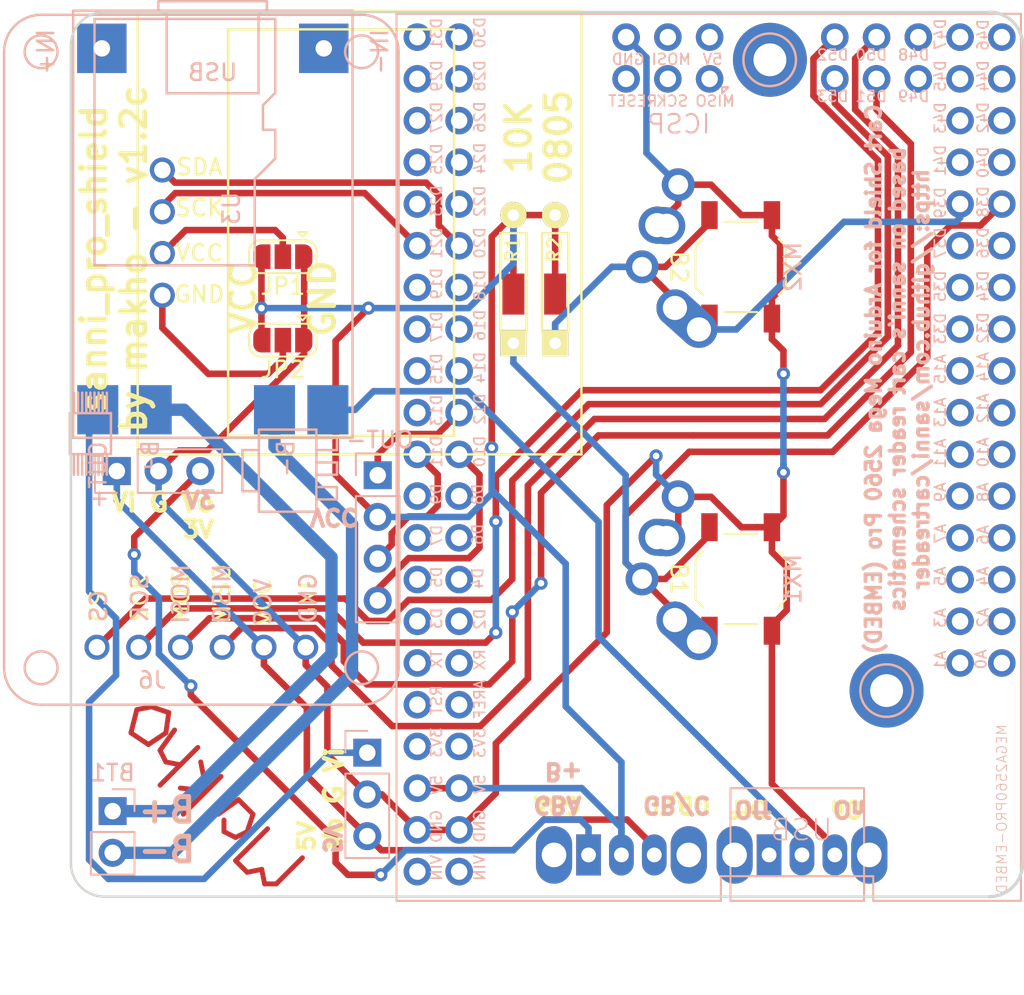
<source format=kicad_pcb>
(kicad_pcb (version 20171130) (host pcbnew 5.0.2-bee76a0~70~ubuntu18.10.1)

  (general
    (thickness 1.6)
    (drawings 25)
    (tracks 316)
    (zones 0)
    (modules 19)
    (nets 22)
  )

  (page User 129.997 129.997)
  (layers
    (0 F.Cu signal)
    (31 B.Cu signal)
    (32 B.Adhes user)
    (33 F.Adhes user)
    (34 B.Paste user)
    (35 F.Paste user)
    (36 B.SilkS user)
    (37 F.SilkS user)
    (38 B.Mask user)
    (39 F.Mask user)
    (40 Dwgs.User user)
    (41 Cmts.User user)
    (42 Eco1.User user)
    (43 Eco2.User user)
    (44 Edge.Cuts user)
    (45 Margin user)
    (46 B.CrtYd user)
    (47 F.CrtYd user)
    (48 B.Fab user)
    (49 F.Fab user)
  )

  (setup
    (last_trace_width 0.25)
    (user_trace_width 0.25)
    (user_trace_width 0.4)
    (user_trace_width 0.75)
    (trace_clearance 0.2)
    (zone_clearance 0.508)
    (zone_45_only no)
    (trace_min 0.2)
    (segment_width 0.2)
    (edge_width 0.15)
    (via_size 0.8)
    (via_drill 0.4)
    (via_min_size 0.4)
    (via_min_drill 0.3)
    (uvia_size 0.3)
    (uvia_drill 0.1)
    (uvias_allowed no)
    (uvia_min_size 0.2)
    (uvia_min_drill 0.1)
    (pcb_text_width 0.3)
    (pcb_text_size 1.5 1.5)
    (mod_edge_width 0.15)
    (mod_text_size 1 1)
    (mod_text_width 0.15)
    (pad_size 3 3)
    (pad_drill 1)
    (pad_to_mask_clearance 0)
    (solder_mask_min_width 0.25)
    (aux_axis_origin 0 0)
    (visible_elements FFFFFF7F)
    (pcbplotparams
      (layerselection 0x010fc_ffffffff)
      (usegerberextensions true)
      (usegerberattributes false)
      (usegerberadvancedattributes false)
      (creategerberjobfile false)
      (excludeedgelayer true)
      (linewidth 0.100000)
      (plotframeref false)
      (viasonmask false)
      (mode 1)
      (useauxorigin false)
      (hpglpennumber 1)
      (hpglpenspeed 20)
      (hpglpendiameter 15.000000)
      (psnegative false)
      (psa4output false)
      (plotreference true)
      (plotvalue true)
      (plotinvisibletext false)
      (padsonsilk false)
      (subtractmaskfromsilk false)
      (outputformat 1)
      (mirror false)
      (drillshape 0)
      (scaleselection 1)
      (outputdirectory "gerber/"))
  )

  (net 0 "")
  (net 1 GND)
  (net 2 D38)
  (net 3 D39)
  (net 4 "Net-(BT1-Pad1)")
  (net 5 "Net-(BT1-Pad2)")
  (net 6 VCC)
  (net 7 "Net-(J2-Pad2)")
  (net 8 "Net-(J2-Pad1)")
  (net 9 "Net-(J4-Pad1)")
  (net 10 5VR)
  (net 11 3VR)
  (net 12 D53)
  (net 13 D52)
  (net 14 D51)
  (net 15 D50)
  (net 16 D10)
  (net 17 D11)
  (net 18 D12)
  (net 19 D20)
  (net 20 D21)
  (net 21 "Net-(SW1-Pad2)")

  (net_class Default "This is the default net class."
    (clearance 0.2)
    (trace_width 0.25)
    (via_dia 0.8)
    (via_drill 0.4)
    (uvia_dia 0.3)
    (uvia_drill 0.1)
    (add_net D10)
    (add_net D11)
    (add_net D12)
    (add_net D20)
    (add_net D21)
    (add_net D38)
    (add_net D39)
    (add_net D50)
    (add_net D51)
    (add_net D52)
    (add_net D53)
    (add_net "Net-(J2-Pad1)")
    (add_net "Net-(J2-Pad2)")
    (add_net "Net-(SW1-Pad2)")
  )

  (net_class power ""
    (clearance 0.2)
    (trace_width 0.4)
    (via_dia 0.8)
    (via_drill 0.4)
    (uvia_dia 0.3)
    (uvia_drill 0.1)
    (add_net 3VR)
    (add_net 5VR)
    (add_net GND)
    (add_net "Net-(BT1-Pad1)")
    (add_net "Net-(BT1-Pad2)")
    (add_net "Net-(J4-Pad1)")
    (add_net VCC)
  )

  (net_class source ""
    (clearance 0.2)
    (trace_width 0.75)
    (via_dia 0.8)
    (via_drill 0.4)
    (uvia_dia 0.3)
    (uvia_drill 0.1)
  )

  (module misc_footprints:MEGA2560PRO-EMBED (layer B.Cu) (tedit 5CD78E9C) (tstamp 5C9CE58A)
    (at 49.276 34.036 90)
    (descr ROBOTDYN)
    (tags ROBOTDYN)
    (path /5C6F86AE)
    (attr virtual)
    (fp_text reference MEGA2560PRO101 (at -7.62 8.255 90) (layer B.SilkS) hide
      (effects (font (size 0.6096 0.6096) (thickness 0.0508)) (justify mirror))
    )
    (fp_text value MEGA2560PRO-EMBED (at -29.21 16.51 90) (layer B.SilkS)
      (effects (font (size 0.6096 0.6096) (thickness 0.0508)) (justify mirror))
    )
    (fp_circle (center 16.4 2.38586) (end 18 2.38586) (layer B.SilkS) (width 0.15))
    (fp_circle (center -22 9.5) (end -20.4 9.5) (layer B.SilkS) (width 0.15))
    (fp_text user USB (at -30.48 4.318) (layer B.SilkS)
      (effects (font (size 1.27 1.27) (thickness 0.1016)) (justify mirror))
    )
    (fp_text user 5V (at 16.42872 -1.08966) (layer B.SilkS)
      (effects (font (size 0.6604 0.6604) (thickness 0.1016)) (justify mirror))
    )
    (fp_text user MOSI (at 16.42872 -3.60426) (layer B.SilkS)
      (effects (font (size 0.6604 0.6604) (thickness 0.1016)) (justify mirror))
    )
    (fp_text user GND (at 16.42872 -6.22046) (layer B.SilkS)
      (effects (font (size 0.6604 0.6604) (thickness 0.1016)) (justify mirror))
    )
    (fp_text user RESET (at 13.88872 -5.94106) (layer B.SilkS)
      (effects (font (size 0.6604 0.6604) (thickness 0.1016)) (justify mirror))
    )
    (fp_text user SCK (at 13.88872 -3.55346) (layer B.SilkS)
      (effects (font (size 0.6604 0.6604) (thickness 0.1016)) (justify mirror))
    )
    (fp_text user MISO (at 13.88872 -0.93726) (layer B.SilkS)
      (effects (font (size 0.6604 0.6604) (thickness 0.1016)) (justify mirror))
    )
    (fp_text user 3V3 (at -25.19172 -15.25778 90) (layer B.SilkS)
      (effects (font (size 0.6604 0.6604) (thickness 0.1016)) (justify mirror))
    )
    (fp_text user GND (at -30.24632 -15.26794 90) (layer B.SilkS)
      (effects (font (size 0.6604 0.6604) (thickness 0.1016)) (justify mirror))
    )
    (fp_text user 5V (at -27.69616 -15.2527 90) (layer B.SilkS)
      (effects (font (size 0.6604 0.6604) (thickness 0.1016)) (justify mirror))
    )
    (fp_text user VIN (at -32.7914 -15.2527 90) (layer B.SilkS)
      (effects (font (size 0.6604 0.6604) (thickness 0.1016)) (justify mirror))
    )
    (fp_text user ICSP (at 12.48918 -3.15722) (layer B.SilkS)
      (effects (font (size 1.13284 1.13284) (thickness 0.127)) (justify mirror))
    )
    (fp_text user A0 (at -20.1041 15.24 90) (layer B.SilkS)
      (effects (font (size 0.6604 0.6604) (thickness 0.1016)) (justify mirror))
    )
    (fp_text user A1 (at -20.17014 12.76604 90) (layer B.SilkS)
      (effects (font (size 0.6604 0.6604) (thickness 0.1016)) (justify mirror))
    )
    (fp_text user A2 (at -17.56156 15.367 90) (layer B.SilkS)
      (effects (font (size 0.6604 0.6604) (thickness 0.1016)) (justify mirror))
    )
    (fp_text user A3 (at -17.5768 12.76604 90) (layer B.SilkS)
      (effects (font (size 0.6604 0.6604) (thickness 0.1016)) (justify mirror))
    )
    (fp_text user A4 (at -15.04188 15.37208 90) (layer B.SilkS)
      (effects (font (size 0.6604 0.6604) (thickness 0.1016)) (justify mirror))
    )
    (fp_text user A5 (at -15.04442 12.76858 90) (layer B.SilkS)
      (effects (font (size 0.6604 0.6604) (thickness 0.1016)) (justify mirror))
    )
    (fp_text user A7 (at -12.44854 12.76858 90) (layer B.SilkS)
      (effects (font (size 0.6604 0.6604) (thickness 0.1016)) (justify mirror))
    )
    (fp_text user A6 (at -12.5222 15.367 90) (layer B.SilkS)
      (effects (font (size 0.6604 0.6604) (thickness 0.1016)) (justify mirror))
    )
    (fp_text user A8 (at -9.92886 15.367 90) (layer B.SilkS)
      (effects (font (size 0.6604 0.6604) (thickness 0.1016)) (justify mirror))
    )
    (fp_text user A9 (at -9.92632 12.76604 90) (layer B.SilkS)
      (effects (font (size 0.6604 0.6604) (thickness 0.1016)) (justify mirror))
    )
    (fp_text user D45 (at 15.4178 12.76858 90) (layer B.SilkS)
      (effects (font (size 0.6604 0.6604) (thickness 0.1016)) (justify mirror))
    )
    (fp_text user D44 (at 15.41272 15.37208 90) (layer B.SilkS)
      (effects (font (size 0.6604 0.6604) (thickness 0.1016)) (justify mirror))
    )
    (fp_text user A13 (at -5.0673 12.76604 90) (layer B.SilkS)
      (effects (font (size 0.6604 0.6604) (thickness 0.1016)) (justify mirror))
    )
    (fp_text user A15 (at -2.43078 12.76604 90) (layer B.SilkS)
      (effects (font (size 0.6604 0.6604) (thickness 0.1016)) (justify mirror))
    )
    (fp_text user D35 (at 2.61366 12.76604 90) (layer B.SilkS)
      (effects (font (size 0.6604 0.6604) (thickness 0.1016)) (justify mirror))
    )
    (fp_text user D37 (at 5.24256 12.76604 90) (layer B.SilkS)
      (effects (font (size 0.6604 0.6604) (thickness 0.1016)) (justify mirror))
    )
    (fp_text user D39 (at 7.69112 12.76604 90) (layer B.SilkS)
      (effects (font (size 0.6604 0.6604) (thickness 0.1016)) (justify mirror))
    )
    (fp_text user D41 (at 10.26668 12.76604 90) (layer B.SilkS)
      (effects (font (size 0.6604 0.6604) (thickness 0.1016)) (justify mirror))
    )
    (fp_text user D43 (at 12.85748 12.76604 90) (layer B.SilkS)
      (effects (font (size 0.6604 0.6604) (thickness 0.1016)) (justify mirror))
    )
    (fp_text user A12 (at -4.81838 15.367 90) (layer B.SilkS)
      (effects (font (size 0.6604 0.6604) (thickness 0.1016)) (justify mirror))
    )
    (fp_text user A14 (at -2.30378 15.367 90) (layer B.SilkS)
      (effects (font (size 0.6604 0.6604) (thickness 0.1016)) (justify mirror))
    )
    (fp_text user D34 (at 2.61366 15.367 90) (layer B.SilkS)
      (effects (font (size 0.6604 0.6604) (thickness 0.1016)) (justify mirror))
    )
    (fp_text user D36 (at 5.25526 15.367 90) (layer B.SilkS)
      (effects (font (size 0.6604 0.6604) (thickness 0.1016)) (justify mirror))
    )
    (fp_text user D38 (at 7.75716 15.367 90) (layer B.SilkS)
      (effects (font (size 0.6604 0.6604) (thickness 0.1016)) (justify mirror))
    )
    (fp_text user D40 (at 10.15746 15.367 90) (layer B.SilkS)
      (effects (font (size 0.6604 0.6604) (thickness 0.1016)) (justify mirror))
    )
    (fp_text user D42 (at 12.8778 15.367 90) (layer B.SilkS)
      (effects (font (size 0.6604 0.6604) (thickness 0.1016)) (justify mirror))
    )
    (fp_text user A11 (at -7.5692 12.76604 90) (layer B.SilkS)
      (effects (font (size 0.6604 0.6604) (thickness 0.1016)) (justify mirror))
    )
    (fp_text user D33 (at 0.0381 12.76604 90) (layer B.SilkS)
      (effects (font (size 0.6604 0.6604) (thickness 0.1016)) (justify mirror))
    )
    (fp_text user D47 (at 17.95272 12.76858 90) (layer B.SilkS)
      (effects (font (size 0.6604 0.6604) (thickness 0.1016)) (justify mirror))
    )
    (fp_text user A10 (at -7.49808 15.367 90) (layer B.SilkS)
      (effects (font (size 0.6604 0.6604) (thickness 0.1016)) (justify mirror))
    )
    (fp_text user D32 (at 0.07874 15.367 90) (layer B.SilkS)
      (effects (font (size 0.6604 0.6604) (thickness 0.1016)) (justify mirror))
    )
    (fp_text user D46 (at 17.91462 15.367 90) (layer B.SilkS)
      (effects (font (size 0.6604 0.6604) (thickness 0.1016)) (justify mirror))
    )
    (fp_text user D49 (at 14.17574 11.14298 -180) (layer B.SilkS)
      (effects (font (size 0.6604 0.6604) (thickness 0.1016)) (justify mirror))
    )
    (fp_text user D51 (at 14.17574 8.56488 -180) (layer B.SilkS)
      (effects (font (size 0.6604 0.6604) (thickness 0.1016)) (justify mirror))
    )
    (fp_text user D48 (at 16.69542 11.14298 -180) (layer B.SilkS)
      (effects (font (size 0.6604 0.6604) (thickness 0.1016)) (justify mirror))
    )
    (fp_text user D50 (at 16.69542 8.56996 -180) (layer B.SilkS)
      (effects (font (size 0.6604 0.6604) (thickness 0.1016)) (justify mirror))
    )
    (fp_text user D53 (at 14.17574 6.22046 -180) (layer B.SilkS)
      (effects (font (size 0.6604 0.6604) (thickness 0.1016)) (justify mirror))
    )
    (fp_text user D52 (at 16.69542 6.22046 -180) (layer B.SilkS)
      (effects (font (size 0.6604 0.6604) (thickness 0.1016)) (justify mirror))
    )
    (fp_text user D4 (at -15.16634 -15.3797 90) (layer B.SilkS)
      (effects (font (size 0.6604 0.6604) (thickness 0.1016)) (justify mirror))
    )
    (fp_text user D6 (at -12.48664 -15.38478 90) (layer B.SilkS)
      (effects (font (size 0.6604 0.6604) (thickness 0.1016)) (justify mirror))
    )
    (fp_text user AREF (at -22.53996 -15.2527 90) (layer B.SilkS)
      (effects (font (size 0.6604 0.6604) (thickness 0.1016)) (justify mirror))
    )
    (fp_text user RX (at -20.11934 -15.2527 90) (layer B.SilkS)
      (effects (font (size 0.6604 0.6604) (thickness 0.1016)) (justify mirror))
    )
    (fp_text user D2 (at -17.653 -15.25778 90) (layer B.SilkS)
      (effects (font (size 0.6604 0.6604) (thickness 0.1016)) (justify mirror))
    )
    (fp_text user D8 (at -10.05332 -15.38478 90) (layer B.SilkS)
      (effects (font (size 0.6604 0.6604) (thickness 0.1016)) (justify mirror))
    )
    (fp_text user D10 (at -7.44474 -15.25778 90) (layer B.SilkS)
      (effects (font (size 0.6604 0.6604) (thickness 0.1016)) (justify mirror))
    )
    (fp_text user D12 (at -4.85902 -15.25778 90) (layer B.SilkS)
      (effects (font (size 0.6604 0.6604) (thickness 0.1016)) (justify mirror))
    )
    (fp_text user D16 (at 0.23114 -15.25778 90) (layer B.SilkS)
      (effects (font (size 0.6604 0.6604) (thickness 0.1016)) (justify mirror))
    )
    (fp_text user D20 (at 5.25526 -15.25778 90) (layer B.SilkS)
      (effects (font (size 0.6604 0.6604) (thickness 0.1016)) (justify mirror))
    )
    (fp_text user D22 (at 7.79018 -15.25778 90) (layer B.SilkS)
      (effects (font (size 0.6604 0.6604) (thickness 0.1016)) (justify mirror))
    )
    (fp_text user D26 (at 12.90828 -15.25778 90) (layer B.SilkS)
      (effects (font (size 0.6604 0.6604) (thickness 0.1016)) (justify mirror))
    )
    (fp_text user D28 (at 15.42034 -15.25778 90) (layer B.SilkS)
      (effects (font (size 0.6604 0.6604) (thickness 0.1016)) (justify mirror))
    )
    (fp_text user D18 (at 2.667 -15.25778 90) (layer B.SilkS)
      (effects (font (size 0.6604 0.6604) (thickness 0.1016)) (justify mirror))
    )
    (fp_text user D24 (at 10.39876 -15.25778 90) (layer B.SilkS)
      (effects (font (size 0.6604 0.6604) (thickness 0.1016)) (justify mirror))
    )
    (fp_text user D30 (at 18.04924 -15.25778 90) (layer B.SilkS)
      (effects (font (size 0.6604 0.6604) (thickness 0.1016)) (justify mirror))
    )
    (fp_text user D14 (at -2.33426 -15.25778 90) (layer B.SilkS)
      (effects (font (size 0.6604 0.6604) (thickness 0.1016)) (justify mirror))
    )
    (fp_text user VIN (at -32.7914 -17.88414 90) (layer B.SilkS)
      (effects (font (size 0.6604 0.6604) (thickness 0.1016)) (justify mirror))
    )
    (fp_text user D7 (at -12.55776 -17.88414 90) (layer B.SilkS)
      (effects (font (size 0.6604 0.6604) (thickness 0.1016)) (justify mirror))
    )
    (fp_text user D15 (at -2.41808 -17.88668 90) (layer B.SilkS)
      (effects (font (size 0.6604 0.6604) (thickness 0.1016)) (justify mirror))
    )
    (fp_text user D23 (at 7.8105 -17.88668 90) (layer B.SilkS)
      (effects (font (size 0.6604 0.6604) (thickness 0.1016)) (justify mirror))
    )
    (fp_text user D31 (at 17.9959 -17.88668 90) (layer B.SilkS)
      (effects (font (size 0.6604 0.6604) (thickness 0.1016)) (justify mirror))
    )
    (fp_text user GND (at -30.26664 -17.89684 90) (layer B.SilkS)
      (effects (font (size 0.6604 0.6604) (thickness 0.1016)) (justify mirror))
    )
    (fp_text user 5V (at -27.74442 -17.88414 90) (layer B.SilkS)
      (effects (font (size 0.6604 0.6604) (thickness 0.1016)) (justify mirror))
    )
    (fp_text user TX (at -20.08124 -17.88414 90) (layer B.SilkS)
      (effects (font (size 0.6604 0.6604) (thickness 0.1016)) (justify mirror))
    )
    (fp_text user D3 (at -17.60474 -17.88668 90) (layer B.SilkS)
      (effects (font (size 0.6604 0.6604) (thickness 0.1016)) (justify mirror))
    )
    (fp_text user RST (at -22.57044 -17.89684 90) (layer B.SilkS)
      (effects (font (size 0.6604 0.6604) (thickness 0.1016)) (justify mirror))
    )
    (fp_text user D5 (at -15.09268 -17.88414 90) (layer B.SilkS)
      (effects (font (size 0.6604 0.6604) (thickness 0.1016)) (justify mirror))
    )
    (fp_text user D9 (at -10.03554 -17.88668 90) (layer B.SilkS)
      (effects (font (size 0.6604 0.6604) (thickness 0.1016)) (justify mirror))
    )
    (fp_text user D11 (at -7.45744 -17.88668 90) (layer B.SilkS)
      (effects (font (size 0.6604 0.6604) (thickness 0.1016)) (justify mirror))
    )
    (fp_text user D13 (at -4.9403 -17.88668 90) (layer B.SilkS)
      (effects (font (size 0.6604 0.6604) (thickness 0.1016)) (justify mirror))
    )
    (fp_text user D19 (at 2.77368 -17.88668 90) (layer B.SilkS)
      (effects (font (size 0.6604 0.6604) (thickness 0.1016)) (justify mirror))
    )
    (fp_text user D21 (at 5.23748 -17.88668 90) (layer B.SilkS)
      (effects (font (size 0.6604 0.6604) (thickness 0.1016)) (justify mirror))
    )
    (fp_text user D25 (at 10.35304 -17.88668 90) (layer B.SilkS)
      (effects (font (size 0.6604 0.6604) (thickness 0.1016)) (justify mirror))
    )
    (fp_text user D27 (at 12.8905 -17.88668 90) (layer B.SilkS)
      (effects (font (size 0.6604 0.6604) (thickness 0.1016)) (justify mirror))
    )
    (fp_text user 3V3 (at -25.16378 -17.88668 90) (layer B.SilkS)
      (effects (font (size 0.6604 0.6604) (thickness 0.1016)) (justify mirror))
    )
    (fp_text user D17 (at 0.14224 -17.88668 90) (layer B.SilkS)
      (effects (font (size 0.6604 0.6604) (thickness 0.1016)) (justify mirror))
    )
    (fp_text user D29 (at 15.41526 -17.88668 90) (layer B.SilkS)
      (effects (font (size 0.6604 0.6604) (thickness 0.1016)) (justify mirror))
    )
    (fp_line (start -27.94 8.128) (end -34.798 8.128) (layer B.SilkS) (width 0.127))
    (fp_line (start -27.94 0) (end -27.94 8.128) (layer B.SilkS) (width 0.127))
    (fp_line (start -34.798 0) (end -27.94 0) (layer B.SilkS) (width 0.127))
    (fp_line (start -34.798 8.128) (end -34.798 0) (layer B.SilkS) (width 0.127))
    (fp_line (start 14.732 -0.508) (end 14.47546 -0.508) (layer B.SilkS) (width 0.127))
    (fp_line (start 14.732 -0.127) (end 14.732 -0.508) (layer B.SilkS) (width 0.127))
    (fp_line (start 14.34846 -0.508) (end 14.732 -0.127) (layer B.SilkS) (width 0.127))
    (fp_line (start 14.47546 -0.508) (end 14.34846 -0.508) (layer B.SilkS) (width 0.127))
    (fp_line (start 14.605 -0.508) (end 14.47546 -0.508) (layer B.SilkS) (width 0.127))
    (fp_line (start -34.798 -20.32) (end 19.2024 -20.32) (layer B.SilkS) (width 0.127))
    (fp_line (start -34.798 -20.32) (end -34.798 -0.5842) (layer B.SilkS) (width 0.127))
    (fp_line (start -34.798 -0.5842) (end -33.2994 -0.5842) (layer B.SilkS) (width 0.127))
    (fp_line (start -33.2994 -0.5842) (end -33.2994 8.6868) (layer B.SilkS) (width 0.127))
    (fp_line (start -34.798 8.6868) (end -33.2994 8.6868) (layer B.SilkS) (width 0.127))
    (fp_line (start -34.798 8.6868) (end -34.798 17.67586) (layer B.SilkS) (width 0.127))
    (fp_line (start -34.798 17.67586) (end 19.2024 17.67586) (layer B.SilkS) (width 0.127))
    (fp_line (start 19.2024 -20.32) (end 19.2024 17.67586) (layer B.SilkS) (width 0.127))
    (pad "" np_thru_hole circle (at -22 9.5 90) (size 4.5 4.5) (drill 2) (layers *.Cu *.Mask))
    (pad "" np_thru_hole circle (at 16.4 2.4 90) (size 4.5 4.5) (drill 2) (layers *.Cu *.Mask))
    (pad VIN@2 thru_hole circle (at -33.02 -16.51 90) (size 1.6764 1.6764) (drill 1) (layers *.Cu *.Paste *.Mask))
    (pad VIN@1 thru_hole circle (at -33.02 -19.05 90) (size 1.6764 1.6764) (drill 1) (layers *.Cu *.Paste *.Mask))
    (pad TX thru_hole circle (at -20.32 -19.05 90) (size 1.6764 1.6764) (drill 1) (layers *.Cu *.Paste *.Mask))
    (pad SCK thru_hole circle (at 15.24 -3.81 90) (size 1.6764 1.6764) (drill 1) (layers *.Cu *.Paste *.Mask))
    (pad RX thru_hole circle (at -20.32 -16.51 90) (size 1.6764 1.6764) (drill 1) (layers *.Cu *.Paste *.Mask))
    (pad RST thru_hole circle (at -22.86 -19.05 90) (size 1.6764 1.6764) (drill 1) (layers *.Cu *.Paste *.Mask))
    (pad RESET thru_hole circle (at 15.24 -6.35 90) (size 1.6764 1.6764) (drill 1) (layers *.Cu *.Paste *.Mask))
    (pad MOSI thru_hole circle (at 17.78 -3.81 90) (size 1.6764 1.6764) (drill 1) (layers *.Cu *.Paste *.Mask))
    (pad MISO thru_hole circle (at 15.24 -1.27 90) (size 1.6764 1.6764) (drill 1) (layers *.Cu *.Paste *.Mask))
    (pad GND@3 thru_hole circle (at 17.78 -6.35 90) (size 1.6764 1.6764) (drill 1) (layers *.Cu *.Paste *.Mask)
      (net 1 GND))
    (pad GND@2 thru_hole circle (at -30.48 -16.51 90) (size 1.6764 1.6764) (drill 1) (layers *.Cu *.Paste *.Mask)
      (net 1 GND))
    (pad GND@1 thru_hole circle (at -30.48 -19.05 90) (size 1.6764 1.6764) (drill 1) (layers *.Cu *.Paste *.Mask)
      (net 1 GND))
    (pad D53 thru_hole circle (at 15.24 6.35 90) (size 1.6764 1.6764) (drill 1) (layers *.Cu *.Paste *.Mask)
      (net 12 D53))
    (pad D52 thru_hole circle (at 17.78 6.35 90) (size 1.6764 1.6764) (drill 1) (layers *.Cu *.Paste *.Mask)
      (net 13 D52))
    (pad D51 thru_hole circle (at 15.24 8.89 90) (size 1.6764 1.6764) (drill 1) (layers *.Cu *.Paste *.Mask)
      (net 14 D51))
    (pad D50 thru_hole circle (at 17.78 8.89 90) (size 1.6764 1.6764) (drill 1) (layers *.Cu *.Paste *.Mask)
      (net 15 D50))
    (pad D49 thru_hole circle (at 15.24 11.43 90) (size 1.6764 1.6764) (drill 1) (layers *.Cu *.Paste *.Mask))
    (pad D48 thru_hole circle (at 17.78 11.43 90) (size 1.6764 1.6764) (drill 1) (layers *.Cu *.Paste *.Mask))
    (pad D47 thru_hole circle (at 17.78 13.97 90) (size 1.6764 1.6764) (drill 1) (layers *.Cu *.Paste *.Mask))
    (pad D46 thru_hole circle (at 17.78 16.51 90) (size 1.6764 1.6764) (drill 1) (layers *.Cu *.Paste *.Mask))
    (pad D45 thru_hole circle (at 15.24 13.97 90) (size 1.6764 1.6764) (drill 1) (layers *.Cu *.Paste *.Mask))
    (pad D44 thru_hole circle (at 15.24 16.51 90) (size 1.6764 1.6764) (drill 1) (layers *.Cu *.Paste *.Mask))
    (pad D43 thru_hole circle (at 12.7 13.97 90) (size 1.6764 1.6764) (drill 1) (layers *.Cu *.Paste *.Mask))
    (pad D42 thru_hole circle (at 12.7 16.51 90) (size 1.6764 1.6764) (drill 1) (layers *.Cu *.Paste *.Mask))
    (pad D41 thru_hole circle (at 10.16 13.97 90) (size 1.6764 1.6764) (drill 1) (layers *.Cu *.Paste *.Mask))
    (pad D40 thru_hole circle (at 10.16 16.51 90) (size 1.6764 1.6764) (drill 1) (layers *.Cu *.Paste *.Mask))
    (pad D39 thru_hole circle (at 7.62 13.97 90) (size 1.6764 1.6764) (drill 1) (layers *.Cu *.Paste *.Mask)
      (net 3 D39))
    (pad D38 thru_hole circle (at 7.62 16.51 90) (size 1.6764 1.6764) (drill 1) (layers *.Cu *.Paste *.Mask)
      (net 2 D38))
    (pad D37 thru_hole circle (at 5.08 13.97 90) (size 1.6764 1.6764) (drill 1) (layers *.Cu *.Paste *.Mask))
    (pad D36 thru_hole circle (at 5.08 16.51 90) (size 1.6764 1.6764) (drill 1) (layers *.Cu *.Paste *.Mask))
    (pad D35 thru_hole circle (at 2.54 13.97 90) (size 1.6764 1.6764) (drill 1) (layers *.Cu *.Paste *.Mask))
    (pad D34 thru_hole circle (at 2.54 16.51 90) (size 1.6764 1.6764) (drill 1) (layers *.Cu *.Paste *.Mask))
    (pad D33 thru_hole circle (at 0 13.97 90) (size 1.6764 1.6764) (drill 1) (layers *.Cu *.Paste *.Mask))
    (pad D32 thru_hole circle (at 0 16.51 90) (size 1.6764 1.6764) (drill 1) (layers *.Cu *.Paste *.Mask))
    (pad D31 thru_hole circle (at 17.78 -19.05 90) (size 1.6764 1.6764) (drill 1) (layers *.Cu *.Paste *.Mask))
    (pad D30 thru_hole circle (at 17.78 -16.51 90) (size 1.6764 1.6764) (drill 1) (layers *.Cu *.Paste *.Mask))
    (pad D29 thru_hole circle (at 15.24 -19.05 90) (size 1.6764 1.6764) (drill 1) (layers *.Cu *.Paste *.Mask))
    (pad D28 thru_hole circle (at 15.24 -16.51 90) (size 1.6764 1.6764) (drill 1) (layers *.Cu *.Paste *.Mask))
    (pad D27 thru_hole circle (at 12.7 -19.05 90) (size 1.6764 1.6764) (drill 1) (layers *.Cu *.Paste *.Mask))
    (pad D26 thru_hole circle (at 12.7 -16.51 90) (size 1.6764 1.6764) (drill 1) (layers *.Cu *.Paste *.Mask))
    (pad D25 thru_hole circle (at 10.16 -19.05 90) (size 1.6764 1.6764) (drill 1) (layers *.Cu *.Paste *.Mask))
    (pad D24 thru_hole circle (at 10.16 -16.51 90) (size 1.6764 1.6764) (drill 1) (layers *.Cu *.Paste *.Mask))
    (pad D23 thru_hole circle (at 7.62 -19.05 90) (size 1.6764 1.6764) (drill 1) (layers *.Cu *.Paste *.Mask))
    (pad D22 thru_hole circle (at 7.62 -16.51 90) (size 1.6764 1.6764) (drill 1) (layers *.Cu *.Paste *.Mask))
    (pad D21 thru_hole circle (at 5.08 -19.05 90) (size 1.6764 1.6764) (drill 1) (layers *.Cu *.Paste *.Mask)
      (net 20 D21))
    (pad D20 thru_hole circle (at 5.08 -16.51 90) (size 1.6764 1.6764) (drill 1) (layers *.Cu *.Paste *.Mask)
      (net 19 D20))
    (pad D19 thru_hole circle (at 2.54 -19.05 90) (size 1.6764 1.6764) (drill 1) (layers *.Cu *.Paste *.Mask))
    (pad D18 thru_hole circle (at 2.54 -16.51 90) (size 1.6764 1.6764) (drill 1) (layers *.Cu *.Paste *.Mask))
    (pad D17 thru_hole circle (at 0 -19.05 90) (size 1.6764 1.6764) (drill 1) (layers *.Cu *.Paste *.Mask))
    (pad D16 thru_hole circle (at 0 -16.51 90) (size 1.6764 1.6764) (drill 1) (layers *.Cu *.Paste *.Mask))
    (pad D15 thru_hole circle (at -2.54 -19.05 90) (size 1.6764 1.6764) (drill 1) (layers *.Cu *.Paste *.Mask))
    (pad D14 thru_hole circle (at -2.54 -16.51 90) (size 1.6764 1.6764) (drill 1) (layers *.Cu *.Paste *.Mask))
    (pad D13 thru_hole circle (at -5.08 -19.05 90) (size 1.6764 1.6764) (drill 1) (layers *.Cu *.Paste *.Mask))
    (pad D12 thru_hole circle (at -5.08 -16.51 90) (size 1.6764 1.6764) (drill 1) (layers *.Cu *.Paste *.Mask)
      (net 18 D12))
    (pad D11 thru_hole circle (at -7.62 -19.05 90) (size 1.6764 1.6764) (drill 1) (layers *.Cu *.Paste *.Mask)
      (net 17 D11))
    (pad D10 thru_hole circle (at -7.62 -16.51 90) (size 1.6764 1.6764) (drill 1) (layers *.Cu *.Paste *.Mask)
      (net 16 D10))
    (pad D9 thru_hole circle (at -10.16 -19.05 90) (size 1.6764 1.6764) (drill 1) (layers *.Cu *.Paste *.Mask))
    (pad D8 thru_hole circle (at -10.16 -16.51 90) (size 1.6764 1.6764) (drill 1) (layers *.Cu *.Paste *.Mask))
    (pad D7 thru_hole circle (at -12.7 -19.05 90) (size 1.6764 1.6764) (drill 1) (layers *.Cu *.Paste *.Mask))
    (pad D6 thru_hole circle (at -12.7 -16.51 90) (size 1.6764 1.6764) (drill 1) (layers *.Cu *.Paste *.Mask))
    (pad D5 thru_hole circle (at -15.24 -19.05 90) (size 1.6764 1.6764) (drill 1) (layers *.Cu *.Paste *.Mask))
    (pad D4 thru_hole circle (at -15.24 -16.51 90) (size 1.6764 1.6764) (drill 1) (layers *.Cu *.Paste *.Mask))
    (pad D3 thru_hole circle (at -17.78 -19.05 90) (size 1.6764 1.6764) (drill 1) (layers *.Cu *.Paste *.Mask))
    (pad D2 thru_hole circle (at -17.78 -16.51 90) (size 1.6764 1.6764) (drill 1) (layers *.Cu *.Paste *.Mask))
    (pad AREF thru_hole circle (at -22.86 -16.51 90) (size 1.6764 1.6764) (drill 1) (layers *.Cu *.Paste *.Mask))
    (pad A15 thru_hole circle (at -2.54 13.97 90) (size 1.6764 1.6764) (drill 1) (layers *.Cu *.Paste *.Mask))
    (pad A14 thru_hole circle (at -2.54 16.51 90) (size 1.6764 1.6764) (drill 1) (layers *.Cu *.Paste *.Mask))
    (pad A13 thru_hole circle (at -5.08 13.97 90) (size 1.6764 1.6764) (drill 1) (layers *.Cu *.Paste *.Mask))
    (pad A12 thru_hole circle (at -5.08 16.51 90) (size 1.6764 1.6764) (drill 1) (layers *.Cu *.Paste *.Mask))
    (pad A11 thru_hole circle (at -7.62 13.97 90) (size 1.6764 1.6764) (drill 1) (layers *.Cu *.Paste *.Mask))
    (pad A10 thru_hole circle (at -7.62 16.51 90) (size 1.6764 1.6764) (drill 1) (layers *.Cu *.Paste *.Mask))
    (pad A9 thru_hole circle (at -10.16 13.97 90) (size 1.6764 1.6764) (drill 1) (layers *.Cu *.Paste *.Mask))
    (pad A8 thru_hole circle (at -10.16 16.51 90) (size 1.6764 1.6764) (drill 1) (layers *.Cu *.Paste *.Mask))
    (pad A7 thru_hole circle (at -12.7 13.97 90) (size 1.6764 1.6764) (drill 1) (layers *.Cu *.Paste *.Mask))
    (pad A6 thru_hole circle (at -12.7 16.51 90) (size 1.6764 1.6764) (drill 1) (layers *.Cu *.Paste *.Mask))
    (pad A5 thru_hole circle (at -15.24 13.97 90) (size 1.6764 1.6764) (drill 1) (layers *.Cu *.Paste *.Mask))
    (pad A4 thru_hole circle (at -15.24 16.51 90) (size 1.6764 1.6764) (drill 1) (layers *.Cu *.Paste *.Mask))
    (pad A3 thru_hole circle (at -17.78 13.97 90) (size 1.6764 1.6764) (drill 1) (layers *.Cu *.Paste *.Mask))
    (pad A2 thru_hole circle (at -17.78 16.51 90) (size 1.6764 1.6764) (drill 1) (layers *.Cu *.Paste *.Mask))
    (pad A1 thru_hole circle (at -20.32 13.97 90) (size 1.6764 1.6764) (drill 1) (layers *.Cu *.Paste *.Mask))
    (pad A0 thru_hole circle (at -20.32 16.51 90) (size 1.6764 1.6764) (drill 1) (layers *.Cu *.Paste *.Mask))
    (pad 5V@3 thru_hole circle (at 17.78 -1.27 90) (size 1.6764 1.6764) (drill 1) (layers *.Cu *.Paste *.Mask))
    (pad 5V@2 thru_hole circle (at -27.94 -16.51 90) (size 1.6764 1.6764) (drill 1) (layers *.Cu *.Paste *.Mask)
      (net 6 VCC))
    (pad 5V@1 thru_hole circle (at -27.94 -19.05 90) (size 1.6764 1.6764) (drill 1) (layers *.Cu *.Paste *.Mask)
      (net 6 VCC))
    (pad 3V3@2 thru_hole circle (at -25.4 -16.51 90) (size 1.6764 1.6764) (drill 1) (layers *.Cu *.Paste *.Mask))
    (pad 3V3@1 thru_hole circle (at -25.4 -19.05 90) (size 1.6764 1.6764) (drill 1) (layers *.Cu *.Paste *.Mask))
  )

  (module misc_footprints:OLED_Module (layer F.Cu) (tedit 5D06AD8F) (tstamp 5CE42360)
    (at 13.208 41.656 90)
    (path /5C70A721)
    (fp_text reference J2 (at 17.25 -1 90) (layer F.SilkS) hide
      (effects (font (size 1 1) (thickness 0.15)))
    )
    (fp_text value OLED (at 13.25 25.75 90) (layer F.Fab)
      (effects (font (size 1 1) (thickness 0.15)))
    )
    (fp_text user VCC (at 12.25 3.75) (layer F.SilkS)
      (effects (font (size 1 1) (thickness 0.15)))
    )
    (fp_text user SDA (at 17.5 3.75) (layer F.SilkS)
      (effects (font (size 1 1) (thickness 0.15)))
    )
    (fp_text user SCK (at 15 3.75) (layer F.SilkS)
      (effects (font (size 1 1) (thickness 0.15)))
    )
    (fp_text user GND (at 9.75 3.75) (layer F.SilkS)
      (effects (font (size 1 1) (thickness 0.15)))
    )
    (fp_line (start 1.125 5.5) (end 1.125 19.25) (layer F.SilkS) (width 0.15))
    (fp_line (start 1.125 19.25) (end 25.875 19.25) (layer F.SilkS) (width 0.15))
    (fp_line (start 25.875 5.5) (end 25.875 19.25) (layer F.SilkS) (width 0.15))
    (fp_line (start 1.125 5.5) (end 25.875 5.5) (layer F.SilkS) (width 0.15))
    (fp_line (start 0 27) (end 0 0) (layer F.SilkS) (width 0.15))
    (fp_line (start 27 27) (end 0 27) (layer F.SilkS) (width 0.15))
    (fp_line (start 27 0) (end 27 27) (layer F.SilkS) (width 0.15))
    (fp_line (start 0 0) (end 27 0) (layer F.SilkS) (width 0.15))
    (pad 4 thru_hole circle (at 17.31 1.5 90) (size 1.524 1.524) (drill 1) (layers *.Cu *.Mask)
      (net 19 D20))
    (pad 3 thru_hole circle (at 14.77 1.5 90) (size 1.524 1.524) (drill 1) (layers *.Cu *.Mask)
      (net 20 D21))
    (pad 2 thru_hole circle (at 12.23 1.5 90) (size 1.524 1.524) (drill 1) (layers *.Cu *.Mask)
      (net 7 "Net-(J2-Pad2)"))
    (pad 1 thru_hole circle (at 9.69 1.5 90) (size 1.524 1.524) (drill 1) (layers *.Cu *.Mask)
      (net 8 "Net-(J2-Pad1)"))
  )

  (module Button_Switch_THT:SW_CuK_OS102011MA1QN1_SPDT_Angled (layer F.Cu) (tedit 5CD79900) (tstamp 5C949A34)
    (at 40.64 66.04)
    (descr "CuK miniature slide switch, OS series, SPDT, right angle, http://www.ckswitches.com/media/1428/os.pdf")
    (tags "switch SPDT")
    (path /5C70B384)
    (fp_text reference SW2 (at -5.765 -0.105) (layer F.SilkS) hide
      (effects (font (size 1 1) (thickness 0.15)) (justify mirror))
    )
    (fp_text value SW_SPDT (at 1.7 7.7) (layer F.Fab)
      (effects (font (size 1 1) (thickness 0.15)))
    )
    (fp_line (start -3.7 -2.7) (end 7.7 -2.7) (layer F.CrtYd) (width 0.05))
    (fp_line (start -3.7 6.7) (end -3.7 -2.7) (layer F.CrtYd) (width 0.05))
    (fp_line (start 7.7 6.7) (end -3.7 6.7) (layer F.CrtYd) (width 0.05))
    (fp_line (start 7.7 -2.7) (end 7.7 6.7) (layer F.CrtYd) (width 0.05))
    (fp_line (start 0 6.2) (end 0 2.2) (layer F.Fab) (width 0.1))
    (fp_line (start 2 6.2) (end 0 6.2) (layer F.Fab) (width 0.1))
    (fp_line (start 2 2.2) (end 2 6.2) (layer F.Fab) (width 0.1))
    (fp_line (start 6.3 2.2) (end 6.3 -2.2) (layer F.Fab) (width 0.1))
    (fp_line (start -2.3 2.2) (end 6.3 2.2) (layer F.Fab) (width 0.1))
    (fp_line (start -2.3 -2.2) (end -2.3 2.2) (layer F.Fab) (width 0.1))
    (fp_line (start -2.3 -2.2) (end 6.3 -2.2) (layer F.Fab) (width 0.1))
    (fp_text user %R (at 2.3 1.7) (layer F.Fab)
      (effects (font (size 0.5 0.5) (thickness 0.1)))
    )
    (pad "" thru_hole oval (at 6.1 0) (size 2.2 3.5) (drill 1.5) (layers *.Cu *.Mask))
    (pad "" thru_hole oval (at -2.1 0) (size 2.2 3.5) (drill 1.5) (layers *.Cu *.Mask))
    (pad 3 thru_hole oval (at 4 0) (size 1.5 2.5) (drill 0.9) (layers *.Cu *.Mask)
      (net 10 5VR))
    (pad 2 thru_hole oval (at 2 0) (size 1.5 2.5) (drill 0.9) (layers *.Cu *.Mask)
      (net 6 VCC))
    (pad 1 thru_hole rect (at 0 0) (size 1.5 2.5) (drill 0.9) (layers *.Cu *.Mask)
      (net 11 3VR))
    (model ${KISYS3DMOD}/Button_Switch_THT.3dshapes/SW_CuK_OS102011MA1QN1_SPDT_Angled.wrl
      (at (xyz 0 0 0))
      (scale (xyz 1 1 1))
      (rotate (xyz 0 0 0))
    )
  )

  (module Button_Switch_THT:SW_CuK_OS102011MA1QN1_SPDT_Angled (layer F.Cu) (tedit 5CD798F2) (tstamp 5C949A1C)
    (at 51.6255 66.04)
    (descr "CuK miniature slide switch, OS series, SPDT, right angle, http://www.ckswitches.com/media/1428/os.pdf")
    (tags "switch SPDT")
    (path /5C70B2C8)
    (fp_text reference SW1 (at -5.715 0 unlocked) (layer B.SilkS) hide
      (effects (font (size 1 1) (thickness 0.15)) (justify mirror))
    )
    (fp_text value SW_SPDT (at 1.7 7.7) (layer F.Fab)
      (effects (font (size 1 1) (thickness 0.15)))
    )
    (fp_line (start -3.7 -2.7) (end 7.7 -2.7) (layer F.CrtYd) (width 0.05))
    (fp_line (start -3.7 6.7) (end -3.7 -2.7) (layer F.CrtYd) (width 0.05))
    (fp_line (start 7.7 6.7) (end -3.7 6.7) (layer F.CrtYd) (width 0.05))
    (fp_line (start 7.7 -2.7) (end 7.7 6.7) (layer F.CrtYd) (width 0.05))
    (fp_line (start 0 6.2) (end 0 2.2) (layer F.Fab) (width 0.1))
    (fp_line (start 2 6.2) (end 0 6.2) (layer F.Fab) (width 0.1))
    (fp_line (start 2 2.2) (end 2 6.2) (layer F.Fab) (width 0.1))
    (fp_line (start 6.3 2.2) (end 6.3 -2.2) (layer F.Fab) (width 0.1))
    (fp_line (start -2.3 2.2) (end 6.3 2.2) (layer F.Fab) (width 0.1))
    (fp_line (start -2.3 -2.2) (end -2.3 2.2) (layer F.Fab) (width 0.1))
    (fp_line (start -2.3 -2.2) (end 6.3 -2.2) (layer F.Fab) (width 0.1))
    (fp_text user %R (at 2.3 1.7) (layer F.Fab)
      (effects (font (size 0.5 0.5) (thickness 0.1)))
    )
    (pad "" thru_hole oval (at 6.1 0) (size 2.2 3.5) (drill 1.5) (layers *.Cu *.Mask)
      (zone_connect 1))
    (pad "" thru_hole oval (at -2.1 0) (size 2.2 3.5) (drill 1.5) (layers *.Cu *.Mask)
      (zone_connect 1))
    (pad 3 thru_hole oval (at 4 0) (size 1.5 2.5) (drill 0.9) (layers *.Cu *.Mask)
      (net 1 GND))
    (pad 2 thru_hole oval (at 2 0) (size 1.5 2.5) (drill 0.9) (layers *.Cu *.Mask)
      (net 21 "Net-(SW1-Pad2)"))
    (pad 1 thru_hole rect (at 0 0) (size 1.5 2.5) (drill 0.9) (layers *.Cu *.Mask))
    (model ${KISYS3DMOD}/Button_Switch_THT.3dshapes/SW_CuK_OS102011MA1QN1_SPDT_Angled.wrl
      (at (xyz 0 0 0))
      (scale (xyz 1 1 1))
      (rotate (xyz 0 0 0))
    )
  )

  (module misc_footprints:Catalex_uSD_BSilk (layer F.Cu) (tedit 5CD787BB) (tstamp 5CE46337)
    (at 5.08 56.896 90)
    (path /5C731FED)
    (fp_text reference J6 (at 1.5 9 180) (layer B.SilkS)
      (effects (font (size 1 1) (thickness 0.15)) (justify mirror))
    )
    (fp_text value uSD (at 19.25 2.5 90) (layer F.Fab)
      (effects (font (size 1 1) (thickness 0.15)))
    )
    (fp_text user GND (at 6.5 18.5 90) (layer B.SilkS)
      (effects (font (size 1 1) (thickness 0.15)) (justify mirror))
    )
    (fp_text user VCC (at 6.25 15.75 90) (layer B.SilkS)
      (effects (font (size 1 1) (thickness 0.15)) (justify mirror))
    )
    (fp_text user MISO (at 6.75 13.25 90) (layer B.SilkS)
      (effects (font (size 1 1) (thickness 0.15)) (justify mirror))
    )
    (fp_text user MOSI (at 6.75 10.75 90) (layer B.SilkS)
      (effects (font (size 1 1) (thickness 0.15)) (justify mirror))
    )
    (fp_text user SCK (at 6.5 8.25 90) (layer B.SilkS)
      (effects (font (size 1 1) (thickness 0.15)) (justify mirror))
    )
    (fp_text user CS (at 6 5.75 90) (layer B.SilkS)
      (effects (font (size 1 1) (thickness 0.15)) (justify mirror))
    )
    (fp_arc (start 2.25 2.25) (end 2.25 0) (angle -90) (layer B.SilkS) (width 0.15))
    (fp_arc (start 2.25 21.75) (end 0 21.75) (angle -90) (layer B.SilkS) (width 0.15))
    (fp_arc (start 39.75 21.75) (end 39.75 24) (angle -90) (layer B.SilkS) (width 0.15))
    (fp_arc (start 39.75 2.25) (end 42 2.25) (angle -90) (layer B.SilkS) (width 0.15))
    (fp_circle (center 39.75 2.25) (end 40.75 2.25) (layer B.SilkS) (width 0.15))
    (fp_circle (center 39.75 21.75) (end 40.75 21.75) (layer B.SilkS) (width 0.15))
    (fp_circle (center 2.25 21.75) (end 3.25 21.75) (layer B.SilkS) (width 0.15))
    (fp_circle (center 2.25 2.25) (end 3.25 2.25) (layer B.SilkS) (width 0.15))
    (fp_line (start 35 15.75) (end 36.5 15.75) (layer B.SilkS) (width 0.15))
    (fp_line (start 35 16.5) (end 35 15.75) (layer B.SilkS) (width 0.15))
    (fp_line (start 33.25 16.5) (end 35 16.5) (layer B.SilkS) (width 0.15))
    (fp_line (start 32 15.25) (end 33.25 16.5) (layer B.SilkS) (width 0.15))
    (fp_line (start 41.75 5.5) (end 41.75 16.5) (layer B.SilkS) (width 0.15))
    (fp_line (start 37.25 16.5) (end 41.75 16.5) (layer B.SilkS) (width 0.15))
    (fp_line (start 36.5 15.75) (end 37.25 16.5) (layer B.SilkS) (width 0.15))
    (fp_line (start 26.75 15.25) (end 32 15.25) (layer B.SilkS) (width 0.15))
    (fp_line (start 26.75 5.5) (end 26.75 15.25) (layer B.SilkS) (width 0.15))
    (fp_line (start 41.75 5.5) (end 26.75 5.5) (layer B.SilkS) (width 0.15))
    (fp_line (start 17.75 4.25) (end 19 4.25) (layer B.SilkS) (width 0.15))
    (fp_line (start 17.75 4.5) (end 19 4.5) (layer B.SilkS) (width 0.15))
    (fp_line (start 17.75 4.75) (end 19 4.75) (layer B.SilkS) (width 0.15))
    (fp_line (start 17.75 5) (end 19 5) (layer B.SilkS) (width 0.15))
    (fp_line (start 17.75 5.25) (end 19 5.25) (layer B.SilkS) (width 0.15))
    (fp_line (start 17.75 5.5) (end 19 5.5) (layer B.SilkS) (width 0.15))
    (fp_line (start 17.75 5.75) (end 19 5.75) (layer B.SilkS) (width 0.15))
    (fp_line (start 17.75 6) (end 19 6) (layer B.SilkS) (width 0.15))
    (fp_line (start 17.75 6.25) (end 19 6.25) (layer B.SilkS) (width 0.15))
    (fp_line (start 15.25 6.25) (end 14 6.25) (layer B.SilkS) (width 0.15))
    (fp_line (start 15.25 6) (end 14 6) (layer B.SilkS) (width 0.15))
    (fp_line (start 15.25 5.75) (end 14 5.75) (layer B.SilkS) (width 0.15))
    (fp_line (start 15.25 5.5) (end 14 5.5) (layer B.SilkS) (width 0.15))
    (fp_line (start 15.25 5.25) (end 14 5.25) (layer B.SilkS) (width 0.15))
    (fp_line (start 15.25 5) (end 14 5) (layer B.SilkS) (width 0.15))
    (fp_line (start 15.25 4.75) (end 14 4.75) (layer B.SilkS) (width 0.15))
    (fp_line (start 15.25 4.5) (end 14 4.5) (layer B.SilkS) (width 0.15))
    (fp_line (start 15.25 4.25) (end 14 4.25) (layer B.SilkS) (width 0.15))
    (fp_line (start 15.25 6.5) (end 15.25 4) (layer B.SilkS) (width 0.15))
    (fp_line (start 17.75 6.5) (end 15.25 6.5) (layer B.SilkS) (width 0.15))
    (fp_line (start 17.75 4) (end 17.75 6.5) (layer B.SilkS) (width 0.15))
    (fp_line (start 15.25 4) (end 17.75 4) (layer B.SilkS) (width 0.15))
    (fp_line (start 16.75 19) (end 11.75 19) (layer B.SilkS) (width 0.15))
    (fp_line (start 12.5 20.25) (end 12.5 19) (layer B.SilkS) (width 0.15))
    (fp_line (start 13.25 20.25) (end 12.5 20.25) (layer B.SilkS) (width 0.15))
    (fp_line (start 13.25 19) (end 13.25 20.25) (layer B.SilkS) (width 0.15))
    (fp_line (start 14 20.25) (end 14 19) (layer B.SilkS) (width 0.15))
    (fp_line (start 14.75 20.25) (end 14 20.25) (layer B.SilkS) (width 0.15))
    (fp_line (start 14.75 19) (end 14.75 20.25) (layer B.SilkS) (width 0.15))
    (fp_line (start 15.5 20.25) (end 15.5 19) (layer B.SilkS) (width 0.15))
    (fp_line (start 16.25 20.25) (end 15.5 20.25) (layer B.SilkS) (width 0.15))
    (fp_line (start 16.25 19) (end 16.25 20.25) (layer B.SilkS) (width 0.15))
    (fp_line (start 16.75 15.5) (end 16.75 19) (layer B.SilkS) (width 0.15))
    (fp_line (start 15.5 14.5) (end 15.5 15.5) (layer B.SilkS) (width 0.15))
    (fp_line (start 13 14.5) (end 15.5 14.5) (layer B.SilkS) (width 0.15))
    (fp_line (start 13 15.5) (end 13 14.5) (layer B.SilkS) (width 0.15))
    (fp_line (start 11.75 15.5) (end 16.75 15.5) (layer B.SilkS) (width 0.15))
    (fp_line (start 11.75 19) (end 11.75 15.5) (layer B.SilkS) (width 0.15))
    (fp_text user GND (at 6.5 18.5 90) (layer F.SilkS)
      (effects (font (size 1 1) (thickness 0.15)))
    )
    (fp_text user VCC (at 6.25 15.75 90) (layer F.SilkS)
      (effects (font (size 1 1) (thickness 0.15)))
    )
    (fp_text user MISO (at 6.75 13.25 90) (layer F.SilkS)
      (effects (font (size 1 1) (thickness 0.15)))
    )
    (fp_text user MOSI (at 6.75 10.75 90) (layer F.SilkS)
      (effects (font (size 1 1) (thickness 0.15)))
    )
    (fp_text user SCK (at 6.5 8.25 90) (layer F.SilkS)
      (effects (font (size 1 1) (thickness 0.15)))
    )
    (fp_text user CS (at 6 5.75 90) (layer F.SilkS)
      (effects (font (size 1 1) (thickness 0.15)))
    )
    (fp_line (start 0 2.25) (end 0 21.75) (layer B.SilkS) (width 0.15))
    (fp_line (start 2.25 24) (end 39.75 24) (layer B.SilkS) (width 0.15))
    (fp_line (start 42 2.25) (end 42 21.75) (layer B.SilkS) (width 0.15))
    (fp_line (start 2.25 0) (end 39.75 0) (layer B.SilkS) (width 0.15))
    (pad 6 thru_hole circle (at 3.5 18.35 90) (size 1.524 1.524) (drill 1) (layers *.Cu *.Mask)
      (net 1 GND))
    (pad 5 thru_hole circle (at 3.5 15.81 90) (size 1.524 1.524) (drill 1) (layers *.Cu *.Mask)
      (net 10 5VR))
    (pad 4 thru_hole circle (at 3.5 13.27 90) (size 1.524 1.524) (drill 1) (layers *.Cu *.Mask)
      (net 15 D50))
    (pad 3 thru_hole circle (at 3.5 10.73 90) (size 1.524 1.524) (drill 1) (layers *.Cu *.Mask)
      (net 14 D51))
    (pad 2 thru_hole circle (at 3.5 8.19 90) (size 1.524 1.524) (drill 1) (layers *.Cu *.Mask)
      (net 13 D52))
    (pad 1 thru_hole circle (at 3.5 5.65 90) (size 1.524 1.524) (drill 1) (layers *.Cu *.Mask)
      (net 12 D53))
  )

  (module Button_Switch_SMD:SW_SPST_TL3342 (layer F.Cu) (tedit 5C8E041D) (tstamp 5C9CDEEB)
    (at 49.8979 49.2399 90)
    (descr "Low-profile SMD Tactile Switch, https://www.e-switch.com/system/asset/product_line/data_sheet/165/TL3342.pdf")
    (tags "SPST Tactile Switch")
    (path /5C70AD01)
    (attr smd)
    (fp_text reference B1 (at 0 -3.75 -90 unlocked) (layer F.SilkS)
      (effects (font (size 1 1) (thickness 0.15)))
    )
    (fp_text value SW_Push (at 0 3.75 90) (layer F.Fab)
      (effects (font (size 1 1) (thickness 0.15)))
    )
    (fp_circle (center 0 0) (end 1 0) (layer F.Fab) (width 0.1))
    (fp_line (start -4.25 3) (end -4.25 -3) (layer F.CrtYd) (width 0.05))
    (fp_line (start 4.25 3) (end -4.25 3) (layer F.CrtYd) (width 0.05))
    (fp_line (start 4.25 -3) (end 4.25 3) (layer F.CrtYd) (width 0.05))
    (fp_line (start -4.25 -3) (end 4.25 -3) (layer F.CrtYd) (width 0.05))
    (fp_line (start -1.2 -2.6) (end -2.6 -1.2) (layer F.Fab) (width 0.1))
    (fp_line (start 1.2 -2.6) (end -1.2 -2.6) (layer F.Fab) (width 0.1))
    (fp_line (start 2.6 -1.2) (end 1.2 -2.6) (layer F.Fab) (width 0.1))
    (fp_line (start 2.6 1.2) (end 2.6 -1.2) (layer F.Fab) (width 0.1))
    (fp_line (start 1.2 2.6) (end 2.6 1.2) (layer F.Fab) (width 0.1))
    (fp_line (start -1.2 2.6) (end 1.2 2.6) (layer F.Fab) (width 0.1))
    (fp_line (start -2.6 1.2) (end -1.2 2.6) (layer F.Fab) (width 0.1))
    (fp_line (start -2.6 -1.2) (end -2.6 1.2) (layer F.Fab) (width 0.1))
    (fp_line (start -1.25 -2.75) (end 1.25 -2.75) (layer F.SilkS) (width 0.12))
    (fp_line (start -2.75 -1) (end -2.75 1) (layer F.SilkS) (width 0.12))
    (fp_line (start -1.25 2.75) (end 1.25 2.75) (layer F.SilkS) (width 0.12))
    (fp_line (start 2.75 -1) (end 2.75 1) (layer F.SilkS) (width 0.12))
    (fp_line (start -2 1) (end -2 -1) (layer F.Fab) (width 0.1))
    (fp_line (start -1 2) (end -2 1) (layer F.Fab) (width 0.1))
    (fp_line (start 1 2) (end -1 2) (layer F.Fab) (width 0.1))
    (fp_line (start 2 1) (end 1 2) (layer F.Fab) (width 0.1))
    (fp_line (start 2 -1) (end 2 1) (layer F.Fab) (width 0.1))
    (fp_line (start 1 -2) (end 2 -1) (layer F.Fab) (width 0.1))
    (fp_line (start -1 -2) (end 1 -2) (layer F.Fab) (width 0.1))
    (fp_line (start -2 -1) (end -1 -2) (layer F.Fab) (width 0.1))
    (fp_line (start -1.7 -2.3) (end -1.25 -2.75) (layer F.SilkS) (width 0.12))
    (fp_line (start 1.7 -2.3) (end 1.25 -2.75) (layer F.SilkS) (width 0.12))
    (fp_line (start 1.7 2.3) (end 1.25 2.75) (layer F.SilkS) (width 0.12))
    (fp_line (start -1.7 2.3) (end -1.25 2.75) (layer F.SilkS) (width 0.12))
    (fp_line (start 3.2 1.6) (end 2.2 1.6) (layer F.Fab) (width 0.1))
    (fp_line (start 2.7 2.1) (end 2.7 1.6) (layer F.Fab) (width 0.1))
    (fp_line (start 1.7 2.1) (end 3.2 2.1) (layer F.Fab) (width 0.1))
    (fp_line (start -1.7 2.1) (end -3.2 2.1) (layer F.Fab) (width 0.1))
    (fp_line (start -3.2 1.6) (end -2.2 1.6) (layer F.Fab) (width 0.1))
    (fp_line (start -2.7 2.1) (end -2.7 1.6) (layer F.Fab) (width 0.1))
    (fp_line (start -3.2 -1.6) (end -2.2 -1.6) (layer F.Fab) (width 0.1))
    (fp_line (start -1.7 -2.1) (end -3.2 -2.1) (layer F.Fab) (width 0.1))
    (fp_line (start -2.7 -2.1) (end -2.7 -1.6) (layer F.Fab) (width 0.1))
    (fp_line (start 3.2 -1.6) (end 2.2 -1.6) (layer F.Fab) (width 0.1))
    (fp_line (start 1.7 -2.1) (end 3.2 -2.1) (layer F.Fab) (width 0.1))
    (fp_line (start 2.7 -2.1) (end 2.7 -1.6) (layer F.Fab) (width 0.1))
    (fp_line (start -3.2 -2.1) (end -3.2 -1.6) (layer F.Fab) (width 0.1))
    (fp_line (start -3.2 2.1) (end -3.2 1.6) (layer F.Fab) (width 0.1))
    (fp_line (start 3.2 -2.1) (end 3.2 -1.6) (layer F.Fab) (width 0.1))
    (fp_line (start 3.2 2.1) (end 3.2 1.6) (layer F.Fab) (width 0.1))
    (fp_text user %R (at 0 -3.75 90) (layer F.Fab)
      (effects (font (size 1 1) (thickness 0.15)))
    )
    (pad 2 smd rect (at 3.15 1.9 90) (size 1.7 1) (layers F.Cu F.Paste F.Mask)
      (net 1 GND))
    (pad 2 smd rect (at -3.15 1.9 90) (size 1.7 1) (layers F.Cu F.Paste F.Mask)
      (net 1 GND))
    (pad 1 smd rect (at 3.15 -1.9 90) (size 1.7 1) (layers F.Cu F.Paste F.Mask)
      (net 2 D38))
    (pad 1 smd rect (at -3.15 -1.9 90) (size 1.7 1) (layers F.Cu F.Paste F.Mask)
      (net 2 D38))
    (model ${KISYS3DMOD}/Button_Switch_SMD.3dshapes/SW_SPST_TL3342.wrl
      (at (xyz 0 0 0))
      (scale (xyz 1 1 1))
      (rotate (xyz 0 0 0))
    )
  )

  (module Button_Switch_SMD:SW_SPST_TL3342 (layer F.Cu) (tedit 5C8E042B) (tstamp 5C9CDF21)
    (at 49.8979 30.2399 90)
    (descr "Low-profile SMD Tactile Switch, https://www.e-switch.com/system/asset/product_line/data_sheet/165/TL3342.pdf")
    (tags "SPST Tactile Switch")
    (path /5C70ADC3)
    (attr smd)
    (fp_text reference B2 (at 0 -3.75 -90 unlocked) (layer F.SilkS)
      (effects (font (size 1 1) (thickness 0.15)))
    )
    (fp_text value SW_Push (at 0 3.75 90) (layer F.Fab)
      (effects (font (size 1 1) (thickness 0.15)))
    )
    (fp_text user %R (at 0 -3.75 90) (layer F.Fab)
      (effects (font (size 1 1) (thickness 0.15)))
    )
    (fp_line (start 3.2 2.1) (end 3.2 1.6) (layer F.Fab) (width 0.1))
    (fp_line (start 3.2 -2.1) (end 3.2 -1.6) (layer F.Fab) (width 0.1))
    (fp_line (start -3.2 2.1) (end -3.2 1.6) (layer F.Fab) (width 0.1))
    (fp_line (start -3.2 -2.1) (end -3.2 -1.6) (layer F.Fab) (width 0.1))
    (fp_line (start 2.7 -2.1) (end 2.7 -1.6) (layer F.Fab) (width 0.1))
    (fp_line (start 1.7 -2.1) (end 3.2 -2.1) (layer F.Fab) (width 0.1))
    (fp_line (start 3.2 -1.6) (end 2.2 -1.6) (layer F.Fab) (width 0.1))
    (fp_line (start -2.7 -2.1) (end -2.7 -1.6) (layer F.Fab) (width 0.1))
    (fp_line (start -1.7 -2.1) (end -3.2 -2.1) (layer F.Fab) (width 0.1))
    (fp_line (start -3.2 -1.6) (end -2.2 -1.6) (layer F.Fab) (width 0.1))
    (fp_line (start -2.7 2.1) (end -2.7 1.6) (layer F.Fab) (width 0.1))
    (fp_line (start -3.2 1.6) (end -2.2 1.6) (layer F.Fab) (width 0.1))
    (fp_line (start -1.7 2.1) (end -3.2 2.1) (layer F.Fab) (width 0.1))
    (fp_line (start 1.7 2.1) (end 3.2 2.1) (layer F.Fab) (width 0.1))
    (fp_line (start 2.7 2.1) (end 2.7 1.6) (layer F.Fab) (width 0.1))
    (fp_line (start 3.2 1.6) (end 2.2 1.6) (layer F.Fab) (width 0.1))
    (fp_line (start -1.7 2.3) (end -1.25 2.75) (layer F.SilkS) (width 0.12))
    (fp_line (start 1.7 2.3) (end 1.25 2.75) (layer F.SilkS) (width 0.12))
    (fp_line (start 1.7 -2.3) (end 1.25 -2.75) (layer F.SilkS) (width 0.12))
    (fp_line (start -1.7 -2.3) (end -1.25 -2.75) (layer F.SilkS) (width 0.12))
    (fp_line (start -2 -1) (end -1 -2) (layer F.Fab) (width 0.1))
    (fp_line (start -1 -2) (end 1 -2) (layer F.Fab) (width 0.1))
    (fp_line (start 1 -2) (end 2 -1) (layer F.Fab) (width 0.1))
    (fp_line (start 2 -1) (end 2 1) (layer F.Fab) (width 0.1))
    (fp_line (start 2 1) (end 1 2) (layer F.Fab) (width 0.1))
    (fp_line (start 1 2) (end -1 2) (layer F.Fab) (width 0.1))
    (fp_line (start -1 2) (end -2 1) (layer F.Fab) (width 0.1))
    (fp_line (start -2 1) (end -2 -1) (layer F.Fab) (width 0.1))
    (fp_line (start 2.75 -1) (end 2.75 1) (layer F.SilkS) (width 0.12))
    (fp_line (start -1.25 2.75) (end 1.25 2.75) (layer F.SilkS) (width 0.12))
    (fp_line (start -2.75 -1) (end -2.75 1) (layer F.SilkS) (width 0.12))
    (fp_line (start -1.25 -2.75) (end 1.25 -2.75) (layer F.SilkS) (width 0.12))
    (fp_line (start -2.6 -1.2) (end -2.6 1.2) (layer F.Fab) (width 0.1))
    (fp_line (start -2.6 1.2) (end -1.2 2.6) (layer F.Fab) (width 0.1))
    (fp_line (start -1.2 2.6) (end 1.2 2.6) (layer F.Fab) (width 0.1))
    (fp_line (start 1.2 2.6) (end 2.6 1.2) (layer F.Fab) (width 0.1))
    (fp_line (start 2.6 1.2) (end 2.6 -1.2) (layer F.Fab) (width 0.1))
    (fp_line (start 2.6 -1.2) (end 1.2 -2.6) (layer F.Fab) (width 0.1))
    (fp_line (start 1.2 -2.6) (end -1.2 -2.6) (layer F.Fab) (width 0.1))
    (fp_line (start -1.2 -2.6) (end -2.6 -1.2) (layer F.Fab) (width 0.1))
    (fp_line (start -4.25 -3) (end 4.25 -3) (layer F.CrtYd) (width 0.05))
    (fp_line (start 4.25 -3) (end 4.25 3) (layer F.CrtYd) (width 0.05))
    (fp_line (start 4.25 3) (end -4.25 3) (layer F.CrtYd) (width 0.05))
    (fp_line (start -4.25 3) (end -4.25 -3) (layer F.CrtYd) (width 0.05))
    (fp_circle (center 0 0) (end 1 0) (layer F.Fab) (width 0.1))
    (pad 1 smd rect (at -3.15 -1.9 90) (size 1.7 1) (layers F.Cu F.Paste F.Mask)
      (net 3 D39))
    (pad 1 smd rect (at 3.15 -1.9 90) (size 1.7 1) (layers F.Cu F.Paste F.Mask)
      (net 3 D39))
    (pad 2 smd rect (at -3.15 1.9 90) (size 1.7 1) (layers F.Cu F.Paste F.Mask)
      (net 1 GND))
    (pad 2 smd rect (at 3.15 1.9 90) (size 1.7 1) (layers F.Cu F.Paste F.Mask)
      (net 1 GND))
    (model ${KISYS3DMOD}/Button_Switch_SMD.3dshapes/SW_SPST_TL3342.wrl
      (at (xyz 0 0 0))
      (scale (xyz 1 1 1))
      (rotate (xyz 0 0 0))
    )
  )

  (module Jumper:SolderJumper-3_P1.3mm_Open_RoundedPad1.0x1.5mm (layer F.Cu) (tedit 5CD76738) (tstamp 5C9CE141)
    (at 22.0386 29.622 180)
    (descr "SMD Solder 3-pad Jumper, 1x1.5mm rounded Pads, 0.3mm gap, open")
    (tags "solder jumper open")
    (path /5C70CE54)
    (attr virtual)
    (fp_text reference JP1 (at 0 -1.8) (layer F.SilkS)
      (effects (font (size 1 1) (thickness 0.15)))
    )
    (fp_text value SolderJumper_3_Open (at 0 1.9 180) (layer F.Fab) hide
      (effects (font (size 1 1) (thickness 0.15)))
    )
    (fp_arc (start -1.35 -0.3) (end -1.35 -1) (angle -90) (layer F.SilkS) (width 0.12))
    (fp_arc (start -1.35 0.3) (end -2.05 0.3) (angle -90) (layer F.SilkS) (width 0.12))
    (fp_arc (start 1.35 0.3) (end 1.35 1) (angle -90) (layer F.SilkS) (width 0.12))
    (fp_arc (start 1.35 -0.3) (end 2.05 -0.3) (angle -90) (layer F.SilkS) (width 0.12))
    (fp_line (start 2.3 1.25) (end -2.3 1.25) (layer F.CrtYd) (width 0.05))
    (fp_line (start 2.3 1.25) (end 2.3 -1.25) (layer F.CrtYd) (width 0.05))
    (fp_line (start -2.3 -1.25) (end -2.3 1.25) (layer F.CrtYd) (width 0.05))
    (fp_line (start -2.3 -1.25) (end 2.3 -1.25) (layer F.CrtYd) (width 0.05))
    (fp_line (start -1.4 -1) (end 1.4 -1) (layer F.SilkS) (width 0.12))
    (fp_line (start 2.05 -0.3) (end 2.05 0.3) (layer F.SilkS) (width 0.12))
    (fp_line (start 1.4 1) (end -1.4 1) (layer F.SilkS) (width 0.12))
    (fp_line (start -2.05 0.3) (end -2.05 -0.3) (layer F.SilkS) (width 0.12))
    (fp_line (start -1.2 1.2) (end -1.5 1.5) (layer F.SilkS) (width 0.12))
    (fp_line (start -1.5 1.5) (end -0.9 1.5) (layer F.SilkS) (width 0.12))
    (fp_line (start -1.2 1.2) (end -0.9 1.5) (layer F.SilkS) (width 0.12))
    (pad 2 smd rect (at 0 0 180) (size 1 1.5) (layers F.Cu F.Mask)
      (net 7 "Net-(J2-Pad2)"))
    (pad 3 smd custom (at 1.3 0 180) (size 1 0.5) (layers F.Cu F.Mask)
      (net 6 VCC) (zone_connect 0)
      (options (clearance outline) (anchor rect))
      (primitives
        (gr_circle (center 0 0.25) (end 0.5 0.25) (width 0))
        (gr_circle (center 0 -0.25) (end 0.5 -0.25) (width 0))
        (gr_poly (pts
           (xy -0.55 -0.75) (xy 0 -0.75) (xy 0 0.75) (xy -0.55 0.75)) (width 0))
      ))
    (pad 1 smd custom (at -1.3 0 180) (size 1 0.5) (layers F.Cu F.Mask)
      (net 1 GND) (zone_connect 0)
      (options (clearance outline) (anchor rect))
      (primitives
        (gr_circle (center 0 0.25) (end 0.5 0.25) (width 0))
        (gr_circle (center 0 -0.25) (end 0.5 -0.25) (width 0))
        (gr_poly (pts
           (xy 0.55 -0.75) (xy 0 -0.75) (xy 0 0.75) (xy 0.55 0.75)) (width 0))
      ))
  )

  (module Jumper:SolderJumper-3_P1.3mm_Open_RoundedPad1.0x1.5mm (layer F.Cu) (tedit 5CD76733) (tstamp 5C9CE157)
    (at 22.0386 34.702 180)
    (descr "SMD Solder 3-pad Jumper, 1x1.5mm rounded Pads, 0.3mm gap, open")
    (tags "solder jumper open")
    (path /5C70CF69)
    (attr virtual)
    (fp_text reference JP2 (at 0 -1.8 180) (layer F.SilkS)
      (effects (font (size 1 1) (thickness 0.15)))
    )
    (fp_text value SolderJumper_3_Open (at 0 1.9 180) (layer F.Fab) hide
      (effects (font (size 1 1) (thickness 0.15)))
    )
    (fp_line (start -1.2 1.2) (end -0.9 1.5) (layer F.SilkS) (width 0.12))
    (fp_line (start -1.5 1.5) (end -0.9 1.5) (layer F.SilkS) (width 0.12))
    (fp_line (start -1.2 1.2) (end -1.5 1.5) (layer F.SilkS) (width 0.12))
    (fp_line (start -2.05 0.3) (end -2.05 -0.3) (layer F.SilkS) (width 0.12))
    (fp_line (start 1.4 1) (end -1.4 1) (layer F.SilkS) (width 0.12))
    (fp_line (start 2.05 -0.3) (end 2.05 0.3) (layer F.SilkS) (width 0.12))
    (fp_line (start -1.4 -1) (end 1.4 -1) (layer F.SilkS) (width 0.12))
    (fp_line (start -2.3 -1.25) (end 2.3 -1.25) (layer F.CrtYd) (width 0.05))
    (fp_line (start -2.3 -1.25) (end -2.3 1.25) (layer F.CrtYd) (width 0.05))
    (fp_line (start 2.3 1.25) (end 2.3 -1.25) (layer F.CrtYd) (width 0.05))
    (fp_line (start 2.3 1.25) (end -2.3 1.25) (layer F.CrtYd) (width 0.05))
    (fp_arc (start 1.35 -0.3) (end 2.05 -0.3) (angle -90) (layer F.SilkS) (width 0.12))
    (fp_arc (start 1.35 0.3) (end 1.35 1) (angle -90) (layer F.SilkS) (width 0.12))
    (fp_arc (start -1.35 0.3) (end -2.05 0.3) (angle -90) (layer F.SilkS) (width 0.12))
    (fp_arc (start -1.35 -0.3) (end -1.35 -1) (angle -90) (layer F.SilkS) (width 0.12))
    (pad 1 smd custom (at -1.3 0 180) (size 1 0.5) (layers F.Cu F.Mask)
      (net 1 GND) (zone_connect 0)
      (options (clearance outline) (anchor rect))
      (primitives
        (gr_circle (center 0 0.25) (end 0.5 0.25) (width 0))
        (gr_circle (center 0 -0.25) (end 0.5 -0.25) (width 0))
        (gr_poly (pts
           (xy 0.55 -0.75) (xy 0 -0.75) (xy 0 0.75) (xy 0.55 0.75)) (width 0))
      ))
    (pad 3 smd custom (at 1.3 0 180) (size 1 0.5) (layers F.Cu F.Mask)
      (net 6 VCC) (zone_connect 0)
      (options (clearance outline) (anchor rect))
      (primitives
        (gr_circle (center 0 0.25) (end 0.5 0.25) (width 0))
        (gr_circle (center 0 -0.25) (end 0.5 -0.25) (width 0))
        (gr_poly (pts
           (xy -0.55 -0.75) (xy 0 -0.75) (xy 0 0.75) (xy -0.55 0.75)) (width 0))
      ))
    (pad 2 smd rect (at 0 0 180) (size 1 1.5) (layers F.Cu F.Mask)
      (net 8 "Net-(J2-Pad1)"))
  )

  (module misc_footprints:4056E_LiIon_loader_SMT (layer B.Cu) (tedit 5D564BA6) (tstamp 5C9CE62E)
    (at 17.78 27.94 270)
    (path /5C70BCE6)
    (fp_text reference U3 (at -1.266 -1.13 270) (layer B.SilkS)
      (effects (font (size 1 1) (thickness 0.15)) (justify mirror))
    )
    (fp_text value tp4056_board (at 0.66 3.46 270) (layer B.Fab)
      (effects (font (size 1 1) (thickness 0.15)) (justify mirror))
    )
    (fp_line (start -13.29 -8.5) (end 12.7 -8.5) (layer B.SilkS) (width 0.15))
    (fp_line (start -13.3 8.5) (end 12.7 8.5) (layer B.SilkS) (width 0.15))
    (fp_line (start -13.87 -3.26) (end -13.87 3.29) (layer B.SilkS) (width 0.15))
    (fp_text user USB (at -9.538 0.014 180) (layer B.SilkS)
      (effects (font (size 1 1) (thickness 0.15)) (justify mirror))
    )
    (fp_line (start -13.856 -3.288) (end -13.348 -3.288) (layer B.SilkS) (width 0.15))
    (fp_line (start -13.348 -3.288) (end -13.094 -2.78) (layer B.SilkS) (width 0.15))
    (fp_line (start -13.094 -2.78) (end -12.84 -2.78) (layer B.SilkS) (width 0.15))
    (fp_line (start -13.856 3.316) (end -13.348 3.316) (layer B.SilkS) (width 0.15))
    (fp_line (start -13.348 3.316) (end -13.094 2.808) (layer B.SilkS) (width 0.15))
    (fp_line (start -13.094 2.808) (end -8.268 2.808) (layer B.SilkS) (width 0.15))
    (fp_line (start -8.268 2.808) (end -8.268 -2.78) (layer B.SilkS) (width 0.15))
    (fp_line (start -8.268 -2.78) (end -12.84 -2.78) (layer B.SilkS) (width 0.15))
    (fp_text user B- (at 13.97 -4.445 270) (layer B.SilkS)
      (effects (font (size 1 1) (thickness 0.15)) (justify mirror))
    )
    (fp_text user B+ (at 13.97 3.81 270) (layer B.SilkS)
      (effects (font (size 1 1) (thickness 0.15)) (justify mirror))
    )
    (fp_text user OUT- (at 12.827 -10.16) (layer B.SilkS)
      (effects (font (size 1 1) (thickness 0.15)) (justify mirror))
    )
    (fp_text user OUT+ (at 14.986 6.985 90) (layer B.SilkS)
      (effects (font (size 1 1) (thickness 0.15)) (justify mirror))
    )
    (fp_text user IN- (at -10.795 -10.16 270) (layer B.SilkS)
      (effects (font (size 1 1) (thickness 0.15)) (justify mirror))
    )
    (fp_text user IN+ (at -10.795 10.16 270) (layer B.SilkS)
      (effects (font (size 1 1) (thickness 0.15)) (justify mirror))
    )
    (fp_line (start -13.296 -8.5) (end -13.296 8.5) (layer B.SilkS) (width 0.15))
    (fp_line (start 12.706 8.5) (end 12.706 -8.5) (layer B.SilkS) (width 0.15))
    (pad 1 thru_hole rect (at -11 6.75 270) (size 3 3) (drill 1) (layers *.Cu *.Mask))
    (pad 2 thru_hole rect (at -11 -6.75 270) (size 3 3) (drill 1) (layers *.Cu *.Mask))
    (pad 6 smd rect (at 11 -7 270) (size 3 2.5) (layers B.Cu B.Paste B.Mask)
      (net 21 "Net-(SW1-Pad2)"))
    (pad 5 smd rect (at 11 7 270) (size 3 2.5) (layers B.Cu B.Paste B.Mask)
      (net 9 "Net-(J4-Pad1)"))
    (pad 3 smd rect (at 11 3.75 270) (size 3 2.5) (layers B.Cu B.Paste B.Mask)
      (net 4 "Net-(BT1-Pad1)"))
    (pad 4 smd rect (at 11 -3.75 270) (size 3 2.5) (layers B.Cu B.Paste B.Mask)
      (net 5 "Net-(BT1-Pad2)"))
  )

  (module Connector_PinSocket_2.54mm:PinSocket_1x03_P2.54mm_Vertical (layer B.Cu) (tedit 5CD799D1) (tstamp 5C9D069E)
    (at 11.938 42.672 270)
    (descr "Through hole straight socket strip, 1x03, 2.54mm pitch, single row (from Kicad 4.0.7), script generated")
    (tags "Through hole socket strip THT 1x03 2.54mm single row")
    (path /5C70CF90)
    (fp_text reference J5 (at 0 2.77 270) (layer B.SilkS) hide
      (effects (font (size 1 1) (thickness 0.15)) (justify mirror))
    )
    (fp_text value 3.3V_REGULATOR (at 0 -7.85 270) (layer B.Fab)
      (effects (font (size 1 1) (thickness 0.15)) (justify mirror))
    )
    (fp_line (start -1.27 1.27) (end 0.635 1.27) (layer B.Fab) (width 0.1))
    (fp_line (start 0.635 1.27) (end 1.27 0.635) (layer B.Fab) (width 0.1))
    (fp_line (start 1.27 0.635) (end 1.27 -6.35) (layer B.Fab) (width 0.1))
    (fp_line (start 1.27 -6.35) (end -1.27 -6.35) (layer B.Fab) (width 0.1))
    (fp_line (start -1.27 -6.35) (end -1.27 1.27) (layer B.Fab) (width 0.1))
    (fp_line (start -1.33 -1.27) (end 1.33 -1.27) (layer B.SilkS) (width 0.12))
    (fp_line (start -1.33 -1.27) (end -1.33 -6.41) (layer B.SilkS) (width 0.12))
    (fp_line (start -1.33 -6.41) (end 1.33 -6.41) (layer B.SilkS) (width 0.12))
    (fp_line (start 1.33 -1.27) (end 1.33 -6.41) (layer B.SilkS) (width 0.12))
    (fp_line (start 1.33 1.33) (end 1.33 0) (layer B.SilkS) (width 0.12))
    (fp_line (start 0 1.33) (end 1.33 1.33) (layer B.SilkS) (width 0.12))
    (fp_line (start -1.8 1.8) (end 1.75 1.8) (layer B.CrtYd) (width 0.05))
    (fp_line (start 1.75 1.8) (end 1.75 -6.85) (layer B.CrtYd) (width 0.05))
    (fp_line (start 1.75 -6.85) (end -1.8 -6.85) (layer B.CrtYd) (width 0.05))
    (fp_line (start -1.8 -6.85) (end -1.8 1.8) (layer B.CrtYd) (width 0.05))
    (fp_text user %R (at 0 -2.54 180) (layer B.Fab)
      (effects (font (size 1 1) (thickness 0.15)) (justify mirror))
    )
    (pad 1 thru_hole rect (at 0 0 270) (size 1.7 1.7) (drill 1) (layers *.Cu *.Mask)
      (net 10 5VR))
    (pad 2 thru_hole oval (at 0 -2.54 270) (size 1.7 1.7) (drill 1) (layers *.Cu *.Mask)
      (net 1 GND))
    (pad 3 thru_hole oval (at 0 -5.08 270) (size 1.7 1.7) (drill 1) (layers *.Cu *.Mask)
      (net 11 3VR))
    (model ${KISYS3DMOD}/Connector_PinSocket_2.54mm.3dshapes/PinSocket_1x03_P2.54mm_Vertical.wrl
      (at (xyz 0 0 0))
      (scale (xyz 1 1 1))
      (rotate (xyz 0 0 0))
    )
  )

  (module Connector_PinHeader_2.54mm:PinHeader_1x02_P2.54mm_Vertical (layer B.Cu) (tedit 59FED5CC) (tstamp 5CE42334)
    (at 11.684 63.373 180)
    (descr "Through hole straight pin header, 1x02, 2.54mm pitch, single row")
    (tags "Through hole pin header THT 1x02 2.54mm single row")
    (path /5C70A2DB)
    (fp_text reference BT1 (at 0 2.33 180) (layer B.SilkS)
      (effects (font (size 1 1) (thickness 0.15)) (justify mirror))
    )
    (fp_text value Battery (at 0 -4.87 180) (layer B.Fab)
      (effects (font (size 1 1) (thickness 0.15)) (justify mirror))
    )
    (fp_line (start -0.635 1.27) (end 1.27 1.27) (layer B.Fab) (width 0.1))
    (fp_line (start 1.27 1.27) (end 1.27 -3.81) (layer B.Fab) (width 0.1))
    (fp_line (start 1.27 -3.81) (end -1.27 -3.81) (layer B.Fab) (width 0.1))
    (fp_line (start -1.27 -3.81) (end -1.27 0.635) (layer B.Fab) (width 0.1))
    (fp_line (start -1.27 0.635) (end -0.635 1.27) (layer B.Fab) (width 0.1))
    (fp_line (start -1.33 -3.87) (end 1.33 -3.87) (layer B.SilkS) (width 0.12))
    (fp_line (start -1.33 -1.27) (end -1.33 -3.87) (layer B.SilkS) (width 0.12))
    (fp_line (start 1.33 -1.27) (end 1.33 -3.87) (layer B.SilkS) (width 0.12))
    (fp_line (start -1.33 -1.27) (end 1.33 -1.27) (layer B.SilkS) (width 0.12))
    (fp_line (start -1.33 0) (end -1.33 1.33) (layer B.SilkS) (width 0.12))
    (fp_line (start -1.33 1.33) (end 0 1.33) (layer B.SilkS) (width 0.12))
    (fp_line (start -1.8 1.8) (end -1.8 -4.35) (layer B.CrtYd) (width 0.05))
    (fp_line (start -1.8 -4.35) (end 1.8 -4.35) (layer B.CrtYd) (width 0.05))
    (fp_line (start 1.8 -4.35) (end 1.8 1.8) (layer B.CrtYd) (width 0.05))
    (fp_line (start 1.8 1.8) (end -1.8 1.8) (layer B.CrtYd) (width 0.05))
    (fp_text user %R (at 0 -1.27 90) (layer B.Fab)
      (effects (font (size 1 1) (thickness 0.15)) (justify mirror))
    )
    (pad 1 thru_hole rect (at 0 0 180) (size 1.7 1.7) (drill 1) (layers *.Cu *.Mask)
      (net 4 "Net-(BT1-Pad1)"))
    (pad 2 thru_hole oval (at 0 -2.54 180) (size 1.7 1.7) (drill 1) (layers *.Cu *.Mask)
      (net 5 "Net-(BT1-Pad2)"))
    (model ${KISYS3DMOD}/Connector_PinHeader_2.54mm.3dshapes/PinHeader_1x02_P2.54mm_Vertical.wrl
      (at (xyz 0 0 0))
      (scale (xyz 1 1 1))
      (rotate (xyz 0 0 0))
    )
  )

  (module Connector_PinSocket_2.54mm:PinSocket_1x04_P2.54mm_Vertical (layer B.Cu) (tedit 5CD79A1A) (tstamp 5CE42378)
    (at 27.813 42.926 180)
    (descr "Through hole straight socket strip, 1x04, 2.54mm pitch, single row (from Kicad 4.0.7), script generated")
    (tags "Through hole socket strip THT 1x04 2.54mm single row")
    (path /5C70A7E9)
    (fp_text reference J3 (at 0 2.77 180) (layer B.SilkS) hide
      (effects (font (size 1 1) (thickness 0.15)) (justify mirror))
    )
    (fp_text value RGB_LED (at 0 -10.39 180) (layer B.Fab)
      (effects (font (size 1 1) (thickness 0.15)) (justify mirror))
    )
    (fp_line (start -1.27 1.27) (end 0.635 1.27) (layer B.Fab) (width 0.1))
    (fp_line (start 0.635 1.27) (end 1.27 0.635) (layer B.Fab) (width 0.1))
    (fp_line (start 1.27 0.635) (end 1.27 -8.89) (layer B.Fab) (width 0.1))
    (fp_line (start 1.27 -8.89) (end -1.27 -8.89) (layer B.Fab) (width 0.1))
    (fp_line (start -1.27 -8.89) (end -1.27 1.27) (layer B.Fab) (width 0.1))
    (fp_line (start -1.33 -1.27) (end 1.33 -1.27) (layer B.SilkS) (width 0.12))
    (fp_line (start -1.33 -1.27) (end -1.33 -8.95) (layer B.SilkS) (width 0.12))
    (fp_line (start -1.33 -8.95) (end 1.33 -8.95) (layer B.SilkS) (width 0.12))
    (fp_line (start 1.33 -1.27) (end 1.33 -8.95) (layer B.SilkS) (width 0.12))
    (fp_line (start 1.33 1.33) (end 1.33 0) (layer B.SilkS) (width 0.12))
    (fp_line (start 0 1.33) (end 1.33 1.33) (layer B.SilkS) (width 0.12))
    (fp_line (start -1.8 1.8) (end 1.75 1.8) (layer B.CrtYd) (width 0.05))
    (fp_line (start 1.75 1.8) (end 1.75 -9.4) (layer B.CrtYd) (width 0.05))
    (fp_line (start 1.75 -9.4) (end -1.8 -9.4) (layer B.CrtYd) (width 0.05))
    (fp_line (start -1.8 -9.4) (end -1.8 1.8) (layer B.CrtYd) (width 0.05))
    (fp_text user %R (at 0 -3.81 90) (layer B.Fab)
      (effects (font (size 1 1) (thickness 0.15)) (justify mirror))
    )
    (pad 1 thru_hole rect (at 0 0 180) (size 1.7 1.7) (drill 1) (layers *.Cu *.Mask)
      (net 18 D12))
    (pad 2 thru_hole oval (at 0 -2.54 180) (size 1.7 1.7) (drill 1) (layers *.Cu *.Mask)
      (net 6 VCC))
    (pad 3 thru_hole oval (at 0 -5.08 180) (size 1.7 1.7) (drill 1) (layers *.Cu *.Mask)
      (net 17 D11))
    (pad 4 thru_hole oval (at 0 -7.62 180) (size 1.7 1.7) (drill 1) (layers *.Cu *.Mask)
      (net 16 D10))
    (model ${KISYS3DMOD}/Connector_PinSocket_2.54mm.3dshapes/PinSocket_1x04_P2.54mm_Vertical.wrl
      (at (xyz 0 0 0))
      (scale (xyz 1 1 1))
      (rotate (xyz 0 0 0))
    )
  )

  (module Connector_PinSocket_2.54mm:PinSocket_1x03_P2.54mm_Vertical (layer B.Cu) (tedit 5CD799CB) (tstamp 5D06B8BD)
    (at 27.178 59.817 180)
    (descr "Through hole straight socket strip, 1x03, 2.54mm pitch, single row (from Kicad 4.0.7), script generated")
    (tags "Through hole socket strip THT 1x03 2.54mm single row")
    (path /5C70A9D7)
    (fp_text reference J4 (at 0 2.77 180) (layer B.SilkS) hide
      (effects (font (size 1 1) (thickness 0.15)) (justify mirror))
    )
    (fp_text value 5V_REGULATOR (at 0 -7.85 180) (layer B.Fab)
      (effects (font (size 1 1) (thickness 0.15)) (justify mirror))
    )
    (fp_line (start -1.27 1.27) (end 0.635 1.27) (layer B.Fab) (width 0.1))
    (fp_line (start 0.635 1.27) (end 1.27 0.635) (layer B.Fab) (width 0.1))
    (fp_line (start 1.27 0.635) (end 1.27 -6.35) (layer B.Fab) (width 0.1))
    (fp_line (start 1.27 -6.35) (end -1.27 -6.35) (layer B.Fab) (width 0.1))
    (fp_line (start -1.27 -6.35) (end -1.27 1.27) (layer B.Fab) (width 0.1))
    (fp_line (start -1.33 -1.27) (end 1.33 -1.27) (layer B.SilkS) (width 0.12))
    (fp_line (start -1.33 -1.27) (end -1.33 -6.41) (layer B.SilkS) (width 0.12))
    (fp_line (start -1.33 -6.41) (end 1.33 -6.41) (layer B.SilkS) (width 0.12))
    (fp_line (start 1.33 -1.27) (end 1.33 -6.41) (layer B.SilkS) (width 0.12))
    (fp_line (start 1.33 1.33) (end 1.33 0) (layer B.SilkS) (width 0.12))
    (fp_line (start 0 1.33) (end 1.33 1.33) (layer B.SilkS) (width 0.12))
    (fp_line (start -1.8 1.8) (end 1.75 1.8) (layer B.CrtYd) (width 0.05))
    (fp_line (start 1.75 1.8) (end 1.75 -6.85) (layer B.CrtYd) (width 0.05))
    (fp_line (start 1.75 -6.85) (end -1.8 -6.85) (layer B.CrtYd) (width 0.05))
    (fp_line (start -1.8 -6.85) (end -1.8 1.8) (layer B.CrtYd) (width 0.05))
    (fp_text user %R (at 0 -2.54 90) (layer B.Fab)
      (effects (font (size 1 1) (thickness 0.15)) (justify mirror))
    )
    (pad 1 thru_hole rect (at 0 0 180) (size 1.7 1.7) (drill 1) (layers *.Cu *.Mask)
      (net 9 "Net-(J4-Pad1)"))
    (pad 2 thru_hole oval (at 0 -2.54 180) (size 1.7 1.7) (drill 1) (layers *.Cu *.Mask)
      (net 1 GND))
    (pad 3 thru_hole oval (at 0 -5.08 180) (size 1.7 1.7) (drill 1) (layers *.Cu *.Mask)
      (net 10 5VR))
    (model ${KISYS3DMOD}/Connector_PinSocket_2.54mm.3dshapes/PinSocket_1x03_P2.54mm_Vertical.wrl
      (at (xyz 0 0 0))
      (scale (xyz 1 1 1))
      (rotate (xyz 0 0 0))
    )
  )

  (module misc_footprints:MX-Alps-Choc-1U-NoLED_fixed (layer F.Cu) (tedit 5C91B812) (tstamp 5D1EC3DC)
    (at 49.8979 49.2399 90)
    (path /5C72CF54)
    (fp_text reference MX1 (at 0 3.175 90) (layer B.SilkS)
      (effects (font (size 1 1) (thickness 0.15)) (justify mirror))
    )
    (fp_text value SW_Push (at 0 -7.9375 90) (layer Dwgs.User)
      (effects (font (size 1 1) (thickness 0.15)))
    )
    (fp_line (start 5 -7) (end 7 -7) (layer Dwgs.User) (width 0.15))
    (fp_line (start 7 -7) (end 7 -5) (layer Dwgs.User) (width 0.15))
    (fp_line (start 5 7) (end 7 7) (layer Dwgs.User) (width 0.15))
    (fp_line (start 7 7) (end 7 5) (layer Dwgs.User) (width 0.15))
    (fp_line (start -7 5) (end -7 7) (layer Dwgs.User) (width 0.15))
    (fp_line (start -7 7) (end -5 7) (layer Dwgs.User) (width 0.15))
    (fp_line (start -5 -7) (end -7 -7) (layer Dwgs.User) (width 0.15))
    (fp_line (start -7 -7) (end -7 -5) (layer Dwgs.User) (width 0.15))
    (fp_line (start -9.525 -9.525) (end 9.525 -9.525) (layer Dwgs.User) (width 0.15))
    (fp_line (start 9.525 -9.525) (end 9.525 9.525) (layer Dwgs.User) (width 0.15))
    (fp_line (start 9.525 9.525) (end -9.525 9.525) (layer Dwgs.User) (width 0.15))
    (fp_line (start -9.525 9.525) (end -9.525 -9.525) (layer Dwgs.User) (width 0.15))
    (pad 1 thru_hole oval (at 2.5 -4.5 176.1) (size 2.831378 2.25) (drill 1.47 (offset 0.290689 0)) (layers *.Cu *.Mask)
      (net 1 GND))
    (pad 1 thru_hole circle (at 2.54 -5.08 90) (size 2.25 2.25) (drill 1.47) (layers *.Cu *.Mask)
      (net 1 GND))
    (pad 2 thru_hole oval (at -3.81 -2.54 138.1) (size 4.211556 2.25) (drill 1.47 (offset 0.980778 0)) (layers *.Cu *.Mask)
      (net 2 D38))
    (pad "" np_thru_hole circle (at 0 0 90) (size 3.9878 3.9878) (drill 3.9878) (layers *.Cu *.Mask))
    (pad 2 thru_hole circle (at -2.5 -4 90) (size 2.25 2.25) (drill 1.47) (layers *.Cu *.Mask)
      (net 2 D38))
    (pad "" np_thru_hole circle (at -5.08 0 138.0996) (size 1.75 1.75) (drill 1.75) (layers *.Cu *.Mask))
    (pad "" np_thru_hole circle (at 5.08 0 138.0996) (size 1.75 1.75) (drill 1.75) (layers *.Cu *.Mask))
    (pad 1 thru_hole circle (at 5 -3.8 90) (size 2 2) (drill 1.2) (layers *.Cu *.Mask)
      (net 1 GND))
    (pad 2 thru_hole circle (at 0 -6 90) (size 2 2) (drill 1.2) (layers *.Cu *.Mask)
      (net 2 D38))
    (pad "" np_thru_hole circle (at -5.5 0 138.1) (size 1.7 1.7) (drill 1.7) (layers *.Cu *.Mask))
    (pad "" np_thru_hole circle (at 5.5 0 138.1) (size 1.7 1.7) (drill 1.7) (layers *.Cu *.Mask))
    (pad "" np_thru_hole circle (at -5.22 4.2 138.1) (size 1.2 1.2) (drill 1.2) (layers *.Cu *.Mask))
  )

  (module misc_footprints:MX-Alps-Choc-1U-NoLED_fixed (layer F.Cu) (tedit 5C91B812) (tstamp 5D1EC3F7)
    (at 49.8979 30.2399 90)
    (path /5C72CFC2)
    (fp_text reference MX2 (at 0 3.175 90) (layer B.SilkS)
      (effects (font (size 1 1) (thickness 0.15)) (justify mirror))
    )
    (fp_text value SW_Push (at 0 -7.9375 90) (layer Dwgs.User)
      (effects (font (size 1 1) (thickness 0.15)))
    )
    (fp_line (start -9.525 9.525) (end -9.525 -9.525) (layer Dwgs.User) (width 0.15))
    (fp_line (start 9.525 9.525) (end -9.525 9.525) (layer Dwgs.User) (width 0.15))
    (fp_line (start 9.525 -9.525) (end 9.525 9.525) (layer Dwgs.User) (width 0.15))
    (fp_line (start -9.525 -9.525) (end 9.525 -9.525) (layer Dwgs.User) (width 0.15))
    (fp_line (start -7 -7) (end -7 -5) (layer Dwgs.User) (width 0.15))
    (fp_line (start -5 -7) (end -7 -7) (layer Dwgs.User) (width 0.15))
    (fp_line (start -7 7) (end -5 7) (layer Dwgs.User) (width 0.15))
    (fp_line (start -7 5) (end -7 7) (layer Dwgs.User) (width 0.15))
    (fp_line (start 7 7) (end 7 5) (layer Dwgs.User) (width 0.15))
    (fp_line (start 5 7) (end 7 7) (layer Dwgs.User) (width 0.15))
    (fp_line (start 7 -7) (end 7 -5) (layer Dwgs.User) (width 0.15))
    (fp_line (start 5 -7) (end 7 -7) (layer Dwgs.User) (width 0.15))
    (pad "" np_thru_hole circle (at -5.22 4.2 138.1) (size 1.2 1.2) (drill 1.2) (layers *.Cu *.Mask))
    (pad "" np_thru_hole circle (at 5.5 0 138.1) (size 1.7 1.7) (drill 1.7) (layers *.Cu *.Mask))
    (pad "" np_thru_hole circle (at -5.5 0 138.1) (size 1.7 1.7) (drill 1.7) (layers *.Cu *.Mask))
    (pad 2 thru_hole circle (at 0 -6 90) (size 2 2) (drill 1.2) (layers *.Cu *.Mask)
      (net 3 D39))
    (pad 1 thru_hole circle (at 5 -3.8 90) (size 2 2) (drill 1.2) (layers *.Cu *.Mask)
      (net 1 GND))
    (pad "" np_thru_hole circle (at 5.08 0 138.0996) (size 1.75 1.75) (drill 1.75) (layers *.Cu *.Mask))
    (pad "" np_thru_hole circle (at -5.08 0 138.0996) (size 1.75 1.75) (drill 1.75) (layers *.Cu *.Mask))
    (pad 2 thru_hole circle (at -2.5 -4 90) (size 2.25 2.25) (drill 1.47) (layers *.Cu *.Mask)
      (net 3 D39))
    (pad "" np_thru_hole circle (at 0 0 90) (size 3.9878 3.9878) (drill 3.9878) (layers *.Cu *.Mask))
    (pad 2 thru_hole oval (at -3.81 -2.54 138.1) (size 4.211556 2.25) (drill 1.47 (offset 0.980778 0)) (layers *.Cu *.Mask)
      (net 3 D39))
    (pad 1 thru_hole circle (at 2.54 -5.08 90) (size 2.25 2.25) (drill 1.47) (layers *.Cu *.Mask)
      (net 1 GND))
    (pad 1 thru_hole oval (at 2.5 -4.5 176.1) (size 2.831378 2.25) (drill 1.47 (offset 0.290689 0)) (layers *.Cu *.Mask)
      (net 1 GND))
  )

  (module misc_footprints:Resistor-hybrid-3pad (layer F.Cu) (tedit 5D06ACBD) (tstamp 5D1EC412)
    (at 36.068 30.988 270)
    (path /5C714C92)
    (attr smd)
    (fp_text reference R1 (at -1.8 0.0508 270) (layer F.SilkS)
      (effects (font (size 0.8 0.8) (thickness 0.15)))
    )
    (fp_text value 10K (at 0 -1.925 270) (layer F.SilkS) hide
      (effects (font (size 0.8 0.8) (thickness 0.15)))
    )
    (fp_line (start -2.8 -0.8) (end -2.8 0.8) (layer F.SilkS) (width 0.15))
    (fp_line (start -2.8 0.8) (end 3.2 0.8) (layer F.SilkS) (width 0.15))
    (fp_line (start 3.2 0.8) (end 3.2 -0.8) (layer F.SilkS) (width 0.15))
    (fp_line (start 3.2 -0.8) (end -2.8 -0.8) (layer F.SilkS) (width 0.15))
    (pad 2 smd rect (at -1.5 0 270) (size 4 0.25) (layers F.Cu)
      (net 6 VCC) (solder_mask_margin -999))
    (pad 1 thru_hole rect (at 3.9 0 270) (size 1.6 1.6) (drill 0.7) (layers *.Cu *.Mask F.SilkS)
      (net 2 D38))
    (pad 2 thru_hole circle (at -3.9 0 270) (size 1.6 1.6) (drill 0.7) (layers *.Cu *.Mask F.SilkS)
      (net 6 VCC))
    (pad 2 smd rect (at 0.91 0 270) (size 2.5 1.34) (layers F.Cu F.Paste F.Mask)
      (net 6 VCC))
  )

  (module misc_footprints:Resistor-hybrid-3pad (layer F.Cu) (tedit 5D06ACBD) (tstamp 5D1EC41D)
    (at 38.608 30.988 270)
    (path /5C714DA2)
    (attr smd)
    (fp_text reference R2 (at -1.8 0.0508 270) (layer F.SilkS)
      (effects (font (size 0.8 0.8) (thickness 0.15)))
    )
    (fp_text value 10K (at 0 -1.925 270) (layer F.SilkS) hide
      (effects (font (size 0.8 0.8) (thickness 0.15)))
    )
    (fp_line (start 3.2 -0.8) (end -2.8 -0.8) (layer F.SilkS) (width 0.15))
    (fp_line (start 3.2 0.8) (end 3.2 -0.8) (layer F.SilkS) (width 0.15))
    (fp_line (start -2.8 0.8) (end 3.2 0.8) (layer F.SilkS) (width 0.15))
    (fp_line (start -2.8 -0.8) (end -2.8 0.8) (layer F.SilkS) (width 0.15))
    (pad 2 smd rect (at 0.91 0 270) (size 2.5 1.34) (layers F.Cu F.Paste F.Mask)
      (net 6 VCC))
    (pad 2 thru_hole circle (at -3.9 0 270) (size 1.6 1.6) (drill 0.7) (layers *.Cu *.Mask F.SilkS)
      (net 6 VCC))
    (pad 1 thru_hole rect (at 3.9 0 270) (size 1.6 1.6) (drill 0.7) (layers *.Cu *.Mask F.SilkS)
      (net 3 D39))
    (pad 2 smd rect (at -1.5 0 270) (size 4 0.25) (layers F.Cu)
      (net 6 VCC) (solder_mask_margin -999))
  )

  (module misc_footprints:makho (layer F.Cu) (tedit 5D563E9C) (tstamp 5D06C1C5)
    (at 17.75 62.5 135)
    (fp_text reference makho1 (at -3 4 135) (layer F.SilkS) hide
      (effects (font (size 1 1) (thickness 0.15)))
    )
    (fp_text value makho (at 0 -3.25 135) (layer F.Fab)
      (effects (font (size 1 1) (thickness 0.15)))
    )
    (fp_line (start 7 0.5) (end 6.25 -0.75) (layer F.Cu) (width 0.3))
    (fp_line (start 6.5 1.25) (end 7 0.5) (layer F.Cu) (width 0.3))
    (fp_line (start 5.5 1.75) (end 6.5 1.25) (layer F.Cu) (width 0.3))
    (fp_line (start 4.75 0.75) (end 5.5 1.75) (layer F.Cu) (width 0.3))
    (fp_line (start 5 -0.5) (end 4.75 0.75) (layer F.Cu) (width 0.3))
    (fp_line (start 6.25 -0.75) (end 5 -0.5) (layer F.Cu) (width 0.3))
    (fp_line (start 4.25 -0.25) (end 4.5 1.25) (layer F.Cu) (width 0.3))
    (fp_line (start 3.5 -0.5) (end 4.25 -0.25) (layer F.Cu) (width 0.3))
    (fp_line (start 2.75 0) (end 3.5 -0.5) (layer F.Cu) (width 0.3))
    (fp_line (start 2.75 -1.75) (end 2.75 1.5) (layer F.Cu) (width 0.3))
    (fp_line (start 0.5 0) (end 2 1) (layer F.Cu) (width 0.3))
    (fp_line (start 1.75 -1) (end 0.5 0) (layer F.Cu) (width 0.3))
    (fp_line (start 0.5 -2) (end 0.5 1.25) (layer F.Cu) (width 0.3))
    (fp_line (start -1 -0.5) (end -0.5 1.25) (layer F.Cu) (width 0.3))
    (fp_line (start -1.25 1) (end -1 -0.5) (layer F.Cu) (width 0.3))
    (fp_line (start -2.5 1) (end -1.25 1) (layer F.Cu) (width 0.3))
    (fp_line (start -3 0) (end -2.5 1) (layer F.Cu) (width 0.3))
    (fp_line (start -2.75 -0.75) (end -3 0) (layer F.Cu) (width 0.3))
    (fp_line (start -2 -1) (end -2.75 -0.75) (layer F.Cu) (width 0.3))
    (fp_line (start -1.5 -0.5) (end -2 -1) (layer F.Cu) (width 0.3))
    (fp_line (start -3.75 -1.75) (end -3.75 1) (layer F.Cu) (width 0.3))
    (fp_line (start -4.75 -1.75) (end -3.75 -1.75) (layer F.Cu) (width 0.3))
    (fp_line (start -5.25 -1) (end -4.75 -1.75) (layer F.Cu) (width 0.3))
    (fp_line (start -6 -1.5) (end -5.25 -1) (layer F.Cu) (width 0.3))
    (fp_line (start -6.5 -1) (end -6 -1.5) (layer F.Cu) (width 0.3))
    (fp_line (start -6.5 1.25) (end -6.5 -1) (layer F.Cu) (width 0.3))
    (fp_line (start -7.5 2.5) (end 7.5 2.5) (layer Dwgs.User) (width 0.15))
    (fp_line (start 7.5 2.5) (end 7.5 -2.5) (layer Dwgs.User) (width 0.15))
    (fp_line (start -7.5 -2.5) (end 7.5 -2.5) (layer Dwgs.User) (width 0.15))
    (fp_line (start -7.5 -2.5) (end -7.5 2.5) (layer Dwgs.User) (width 0.15))
  )

  (gr_text "Vo G Vi" (at 25.146 62.611 90) (layer F.SilkS) (tstamp 5D1ECAC9)
    (effects (font (size 1.1 1.1) (thickness 0.275)))
  )
  (gr_text "Vi G Vo" (at 14.732 44.577) (layer F.SilkS)
    (effects (font (size 1.1 1.1) (thickness 0.275)))
  )
  (gr_text 3V (at 16.891 46.228) (layer F.SilkS) (tstamp 5D1ECAB1)
    (effects (font (size 1 1) (thickness 0.25)))
  )
  (gr_text 5V (at 23.495 64.897 90) (layer F.SilkS) (tstamp 5D1ECAAA)
    (effects (font (size 1 1) (thickness 0.25)))
  )
  (gr_text B+ (at 39.116 60.96 180) (layer B.SilkS)
    (effects (font (size 1 1) (thickness 0.25)) (justify mirror))
  )
  (gr_text 3V (at 17.018 44.45) (layer B.SilkS)
    (effects (font (size 1 1) (thickness 0.25)) (justify mirror))
  )
  (gr_text 5V (at 25.019 65.024 270) (layer B.SilkS)
    (effects (font (size 1 1) (thickness 0.25)) (justify mirror))
  )
  (gr_text VCC (at 25.146 45.466 180) (layer B.SilkS)
    (effects (font (size 1 1) (thickness 0.25)) (justify mirror))
  )
  (gr_text "B+\nB-" (at 14.986 64.516) (layer B.SilkS)
    (effects (font (size 1.5 1.5) (thickness 0.3)) (justify mirror))
  )
  (gr_arc (start 11.176 66.548) (end 9.144 66.548) (angle -90) (layer Edge.Cuts) (width 0.15))
  (gr_arc (start 11.176 16.764) (end 11.176 14.732) (angle -90) (layer Edge.Cuts) (width 0.15))
  (gr_arc (start 65.024 16.764) (end 67.056 16.764) (angle -90) (layer Edge.Cuts) (width 0.2))
  (gr_arc (start 65.024 66.548) (end 65.024 68.58) (angle -90) (layer Edge.Cuts) (width 0.2))
  (gr_text "On     Off" (at 53.34 63.246 180) (layer F.SilkS)
    (effects (font (size 1 1) (thickness 0.25)))
  )
  (gr_text "GB/C     GBA" (at 42.672 62.992 180) (layer F.SilkS)
    (effects (font (size 1 1) (thickness 0.25)))
  )
  (gr_text "sanni_pro_shield\nby makho - v1.2c" (at 11.75 29.75 90) (layer F.SilkS)
    (effects (font (size 1.5 1.5) (thickness 0.3)))
  )
  (gr_text "Cart Shield for Arduino Mega 2560 Pro (EMBED)\nbased on sanni's cart reader schematics\nhttps://github.com/sanni/cartreader" (at 59.436 37.084 90) (layer B.SilkS)
    (effects (font (size 0.9 0.9) (thickness 0.225)) (justify mirror))
  )
  (gr_text "10K\n0805" (at 37.592 22.352 90) (layer F.SilkS)
    (effects (font (size 1.5 1.5) (thickness 0.3)))
  )
  (gr_line (start 67.056 66.548) (end 67.056 16.764) (layer Edge.Cuts) (width 0.15))
  (gr_text "Off     On" (at 53.5305 63.246 180) (layer B.SilkS)
    (effects (font (size 1 1) (thickness 0.25)) (justify mirror))
  )
  (gr_text "GBA     GB/C" (at 42.672 62.992 180) (layer B.SilkS)
    (effects (font (size 1 1) (thickness 0.25)) (justify mirror))
  )
  (gr_line (start 9.144 66.548) (end 9.144 16.764) (layer Edge.Cuts) (width 0.15))
  (gr_line (start 65.024 68.58) (end 11.176 68.58) (layer Edge.Cuts) (width 0.15))
  (gr_line (start 11.176 14.732) (end 65.024 14.732) (layer Edge.Cuts) (width 0.15))
  (gr_text "VCC\n\nGND" (at 22.038615 32.161963 90) (layer F.SilkS)
    (effects (font (size 1.5 1.5) (thickness 0.3)))
  )

  (segment (start 28.067 62.357) (end 30.226 64.516) (width 0.4) (layer F.Cu) (net 1))
  (segment (start 27.178 62.357) (end 28.067 62.357) (width 0.4) (layer F.Cu) (net 1))
  (segment (start 30.226 64.516) (end 32.766 64.516) (width 0.4) (layer F.Cu) (net 1))
  (segment (start 46.0979 46.0399) (end 45.3979 46.7399) (width 0.4) (layer F.Cu) (net 1))
  (segment (start 46.0979 44.2399) (end 46.0979 46.0399) (width 0.4) (layer F.Cu) (net 1))
  (segment (start 50.8979 46.0899) (end 51.7979 46.0899) (width 0.4) (layer F.Cu) (net 1))
  (segment (start 49.940898 46.0899) (end 50.8979 46.0899) (width 0.4) (layer F.Cu) (net 1))
  (segment (start 46.0979 44.2399) (end 48.090898 44.2399) (width 0.4) (layer F.Cu) (net 1))
  (segment (start 51.7979 52.0399) (end 51.7979 52.3899) (width 0.4) (layer F.Cu) (net 1))
  (segment (start 52.6979 51.1399) (end 51.7979 52.0399) (width 0.4) (layer F.Cu) (net 1))
  (segment (start 52.6979 48.496926) (end 52.6979 51.1399) (width 0.4) (layer F.Cu) (net 1))
  (segment (start 51.7979 47.596926) (end 52.6979 48.496926) (width 0.4) (layer F.Cu) (net 1))
  (segment (start 51.7979 46.0899) (end 51.7979 47.596926) (width 0.4) (layer F.Cu) (net 1))
  (segment (start 51.7979 61.7124) (end 55.6255 65.54) (width 0.4) (layer F.Cu) (net 1))
  (segment (start 55.6255 65.54) (end 55.6255 66.04) (width 0.4) (layer F.Cu) (net 1))
  (segment (start 51.7979 52.3899) (end 51.7979 61.7124) (width 0.4) (layer F.Cu) (net 1))
  (segment (start 15.327999 41.822001) (end 14.478 42.672) (width 0.4) (layer F.Cu) (net 1))
  (segment (start 15.728001 41.421999) (end 15.327999 41.822001) (width 0.4) (layer F.Cu) (net 1))
  (segment (start 17.466193 41.421999) (end 15.728001 41.421999) (width 0.4) (layer F.Cu) (net 1))
  (segment (start 23.3386 35.549592) (end 17.466193 41.421999) (width 0.4) (layer F.Cu) (net 1))
  (segment (start 23.3386 34.702) (end 23.3386 35.549592) (width 0.4) (layer F.Cu) (net 1))
  (segment (start 23.3386 30.469592) (end 23.3386 34.702) (width 0.4) (layer F.Cu) (net 1))
  (segment (start 23.3386 29.622) (end 23.3386 30.469592) (width 0.4) (layer F.Cu) (net 1))
  (segment (start 50.8979 27.0899) (end 51.7979 27.0899) (width 0.4) (layer F.Cu) (net 1))
  (segment (start 49.940898 27.0899) (end 50.8979 27.0899) (width 0.4) (layer F.Cu) (net 1))
  (segment (start 48.090898 25.2399) (end 49.940898 27.0899) (width 0.4) (layer F.Cu) (net 1))
  (segment (start 46.0979 25.2399) (end 48.090898 25.2399) (width 0.4) (layer F.Cu) (net 1))
  (segment (start 52.291801 31.645999) (end 51.7979 32.1399) (width 0.4) (layer F.Cu) (net 1))
  (segment (start 51.7979 32.1399) (end 51.7979 33.3899) (width 0.4) (layer F.Cu) (net 1))
  (segment (start 52.291801 28.833801) (end 52.291801 31.645999) (width 0.4) (layer F.Cu) (net 1))
  (segment (start 51.7979 28.3399) (end 52.291801 28.833801) (width 0.4) (layer F.Cu) (net 1))
  (segment (start 51.7979 27.0899) (end 51.7979 28.3399) (width 0.4) (layer F.Cu) (net 1))
  (segment (start 46.0979 26.4199) (end 44.8179 27.6999) (width 0.4) (layer F.Cu) (net 1))
  (segment (start 46.0979 25.2399) (end 46.0979 26.4199) (width 0.4) (layer F.Cu) (net 1))
  (segment (start 23.43 54.47363) (end 24.75 55.79363) (width 0.4) (layer F.Cu) (net 1))
  (segment (start 23.43 53.396) (end 23.43 54.47363) (width 0.4) (layer F.Cu) (net 1))
  (segment (start 24.75 59.929) (end 27.178 62.357) (width 0.4) (layer F.Cu) (net 1))
  (segment (start 24.75 55.79363) (end 24.75 59.929) (width 0.4) (layer F.Cu) (net 1))
  (segment (start 51.7979 34.6399) (end 52.5 35.342) (width 0.4) (layer F.Cu) (net 1))
  (segment (start 51.7979 33.3899) (end 51.7979 34.6399) (width 0.4) (layer F.Cu) (net 1))
  (segment (start 52.5 35.342) (end 52.5 36.75) (width 0.4) (layer F.Cu) (net 1))
  (segment (start 52.5 36.75) (end 52.5 36.75) (width 0.4) (layer F.Cu) (net 1) (tstamp 5D56584F))
  (via (at 52.5 36.75) (size 0.8) (drill 0.4) (layers F.Cu B.Cu) (net 1))
  (segment (start 52.5 36.75) (end 52.5 42.75) (width 0.4) (layer B.Cu) (net 1))
  (segment (start 52.5 42.25) (end 52.5 42.75) (width 0.4) (layer B.Cu) (net 1))
  (segment (start 52.5 42.75) (end 52.5 42.25) (width 0.4) (layer B.Cu) (net 1) (tstamp 5D565851))
  (via (at 52.5 42.75) (size 0.8) (drill 0.4) (layers F.Cu B.Cu) (net 1))
  (segment (start 52.5 45.3878) (end 51.7979 46.0899) (width 0.4) (layer F.Cu) (net 1))
  (segment (start 52.5 42.75) (end 52.5 45.3878) (width 0.4) (layer F.Cu) (net 1))
  (segment (start 35 62.282) (end 35 59.25) (width 0.4) (layer F.Cu) (net 1))
  (segment (start 32.766 64.516) (end 35 62.282) (width 0.4) (layer F.Cu) (net 1))
  (segment (start 35 59.25) (end 36.25 58) (width 0.4) (layer F.Cu) (net 1))
  (segment (start 36.25 58) (end 36.25 58) (width 0.4) (layer F.Cu) (net 1) (tstamp 5D565857))
  (segment (start 41.75 52.5) (end 41.75 44.75) (width 0.4) (layer F.Cu) (net 1))
  (segment (start 41.75 44.75) (end 44.75 41.75) (width 0.4) (layer F.Cu) (net 1))
  (segment (start 44.75 41.75) (end 44.75 41.75) (width 0.4) (layer F.Cu) (net 1) (tstamp 5D565886))
  (via (at 44.75 41.75) (size 0.8) (drill 0.4) (layers F.Cu B.Cu) (net 1))
  (segment (start 44.75 42.892) (end 46.0979 44.2399) (width 0.4) (layer B.Cu) (net 1))
  (segment (start 44.75 41.75) (end 44.75 42.892) (width 0.4) (layer B.Cu) (net 1))
  (segment (start 44.164201 17.494201) (end 43.764199 17.094199) (width 0.4) (layer B.Cu) (net 1))
  (segment (start 44.164201 23.306201) (end 44.164201 17.494201) (width 0.4) (layer B.Cu) (net 1))
  (segment (start 43.764199 17.094199) (end 42.926 16.256) (width 0.4) (layer B.Cu) (net 1))
  (segment (start 46.0979 25.2399) (end 44.164201 23.306201) (width 0.4) (layer B.Cu) (net 1))
  (segment (start 48.090898 44.2399) (end 49.940898 46.0899) (width 0.4) (layer F.Cu) (net 1))
  (segment (start 36.25 58) (end 38.5 55.75) (width 0.4) (layer F.Cu) (net 1))
  (segment (start 38.25 56) (end 38.5 55.75) (width 0.4) (layer F.Cu) (net 1))
  (segment (start 38.5 55.75) (end 41.75 52.5) (width 0.4) (layer F.Cu) (net 1))
  (segment (start 14.478 44.444) (end 23.43 53.396) (width 0.4) (layer B.Cu) (net 1))
  (segment (start 14.478 42.672) (end 14.478 44.444) (width 0.4) (layer B.Cu) (net 1))
  (segment (start 47.3579 52.6999) (end 43.8979 49.2399) (width 0.4) (layer F.Cu) (net 2))
  (segment (start 47.3579 53.0499) (end 47.3579 52.6999) (width 0.4) (layer F.Cu) (net 2))
  (segment (start 47.9979 46.554113) (end 47.9979 46.0899) (width 0.4) (layer F.Cu) (net 2))
  (segment (start 45.312113 49.2399) (end 47.9979 46.554113) (width 0.4) (layer F.Cu) (net 2))
  (segment (start 43.8979 49.2399) (end 45.312113 49.2399) (width 0.4) (layer F.Cu) (net 2))
  (segment (start 42.897901 48.239901) (end 43.8979 49.2399) (width 0.4) (layer B.Cu) (net 2))
  (segment (start 42.897901 42.917901) (end 42.897901 48.239901) (width 0.4) (layer B.Cu) (net 2))
  (segment (start 36.068 36.088) (end 42.897901 42.917901) (width 0.4) (layer B.Cu) (net 2))
  (segment (start 36.068 34.888) (end 36.068 36.088) (width 0.4) (layer B.Cu) (net 2))
  (segment (start 42.897901 45.367897) (end 42.897901 48.239901) (width 0.4) (layer F.Cu) (net 2))
  (segment (start 65.786 26.416) (end 64.484201 27.717799) (width 0.4) (layer F.Cu) (net 2))
  (segment (start 42.897901 48.239901) (end 43.8979 49.2399) (width 0.4) (layer F.Cu) (net 2))
  (segment (start 62.651663 27.717799) (end 61.25 29.119462) (width 0.4) (layer F.Cu) (net 2))
  (segment (start 64.484201 27.717799) (end 62.651663 27.717799) (width 0.4) (layer F.Cu) (net 2))
  (segment (start 61.25 29.119462) (end 61.25 35.75) (width 0.4) (layer F.Cu) (net 2))
  (segment (start 46.765798 41.5) (end 42.897901 45.367897) (width 0.4) (layer F.Cu) (net 2))
  (segment (start 61.25 35.75) (end 55.5 41.5) (width 0.4) (layer F.Cu) (net 2))
  (segment (start 55.5 41.5) (end 46.765798 41.5) (width 0.4) (layer F.Cu) (net 2))
  (segment (start 47.3579 33.6999) (end 43.8979 30.2399) (width 0.4) (layer F.Cu) (net 3))
  (segment (start 47.3579 34.0499) (end 47.3579 33.6999) (width 0.4) (layer F.Cu) (net 3))
  (segment (start 47.9979 27.554113) (end 47.9979 27.0899) (width 0.4) (layer F.Cu) (net 3))
  (segment (start 45.312113 30.2399) (end 47.9979 27.554113) (width 0.4) (layer F.Cu) (net 3))
  (segment (start 43.8979 30.2399) (end 45.312113 30.2399) (width 0.4) (layer F.Cu) (net 3))
  (segment (start 42.483687 30.2399) (end 43.8979 30.2399) (width 0.4) (layer B.Cu) (net 3))
  (segment (start 42.0561 30.2399) (end 42.483687 30.2399) (width 0.4) (layer B.Cu) (net 3))
  (segment (start 38.608 33.688) (end 42.0561 30.2399) (width 0.4) (layer B.Cu) (net 3))
  (segment (start 38.608 34.888) (end 38.608 33.688) (width 0.4) (layer B.Cu) (net 3))
  (segment (start 63.246 26.416) (end 63.246 27.254) (width 0.4) (layer B.Cu) (net 3))
  (segment (start 63.246 27.254) (end 63 27.5) (width 0.4) (layer B.Cu) (net 3))
  (segment (start 49.630874 34.0499) (end 47.3579 34.0499) (width 0.4) (layer B.Cu) (net 3))
  (segment (start 56.180774 27.5) (end 49.630874 34.0499) (width 0.4) (layer B.Cu) (net 3))
  (segment (start 63 27.5) (end 56.180774 27.5) (width 0.4) (layer B.Cu) (net 3))
  (segment (start 16.03 38.94) (end 25 47.91) (width 0.75) (layer B.Cu) (net 4))
  (segment (start 14.03 38.94) (end 16.03 38.94) (width 0.75) (layer B.Cu) (net 4))
  (segment (start 15.431762 63.373) (end 13.284 63.373) (width 0.75) (layer B.Cu) (net 4))
  (segment (start 13.284 63.373) (end 11.684 63.373) (width 0.75) (layer B.Cu) (net 4))
  (segment (start 25 53.804762) (end 15.431762 63.373) (width 0.75) (layer B.Cu) (net 4))
  (segment (start 25 47.91) (end 25 53.804762) (width 0.75) (layer B.Cu) (net 4))
  (segment (start 15.337 65.913) (end 11.684 65.913) (width 0.75) (layer B.Cu) (net 5))
  (segment (start 26.25 55) (end 15.337 65.913) (width 0.75) (layer B.Cu) (net 5))
  (segment (start 26.25 45.91) (end 26.25 55) (width 0.75) (layer B.Cu) (net 5))
  (segment (start 21.53 38.94) (end 21.53 41.19) (width 0.75) (layer B.Cu) (net 5))
  (segment (start 21.53 41.19) (end 26.25 45.91) (width 0.75) (layer B.Cu) (net 5))
  (segment (start 38.608 27.088) (end 36.068 27.088) (width 0.4) (layer F.Cu) (net 6))
  (segment (start 38.608 27.088) (end 38.608 31.898) (width 0.4) (layer F.Cu) (net 6))
  (segment (start 36.068 28.21937) (end 36.068 31.898) (width 0.4) (layer F.Cu) (net 6))
  (segment (start 36.068 27.088) (end 36.068 28.21937) (width 0.4) (layer F.Cu) (net 6))
  (segment (start 20.7386 30.469592) (end 20.7386 32.75) (width 0.4) (layer F.Cu) (net 6))
  (segment (start 20.7386 29.622) (end 20.7386 30.469592) (width 0.4) (layer F.Cu) (net 6))
  (segment (start 20.7386 32.75) (end 20.7386 34.702) (width 0.4) (layer F.Cu) (net 6) (tstamp 5D565813))
  (via (at 20.7386 32.75) (size 0.8) (drill 0.4) (layers F.Cu B.Cu) (net 6))
  (segment (start 36.068 28.21937) (end 36.068 27.088) (width 0.4) (layer B.Cu) (net 6))
  (segment (start 36.068 30.026538) (end 36.068 28.21937) (width 0.4) (layer B.Cu) (net 6))
  (segment (start 33.344538 32.75) (end 36.068 30.026538) (width 0.4) (layer B.Cu) (net 6))
  (segment (start 20.7386 32.75) (end 27.25 32.75) (width 0.4) (layer B.Cu) (net 6))
  (segment (start 27.813 45.466) (end 25.25 42.903) (width 0.4) (layer F.Cu) (net 6))
  (segment (start 25.25 42.903) (end 25.25 34.75) (width 0.4) (layer F.Cu) (net 6))
  (segment (start 25.25 34.75) (end 27.25 32.75) (width 0.4) (layer F.Cu) (net 6))
  (segment (start 27.25 32.75) (end 33.344538 32.75) (width 0.4) (layer B.Cu) (net 6) (tstamp 5D56584D))
  (via (at 27.25 32.75) (size 0.8) (drill 0.4) (layers F.Cu B.Cu) (net 6))
  (segment (start 30.226 61.976) (end 32.766 61.976) (width 0.4) (layer F.Cu) (net 6))
  (segment (start 42.64 64.39) (end 42.64 66.04) (width 0.4) (layer B.Cu) (net 6))
  (segment (start 40.226 61.976) (end 42.64 64.39) (width 0.4) (layer B.Cu) (net 6))
  (segment (start 32.766 61.976) (end 40.226 61.976) (width 0.4) (layer B.Cu) (net 6))
  (segment (start 33.328538 45.466) (end 34.75 44.044538) (width 0.4) (layer B.Cu) (net 6))
  (segment (start 27.813 45.466) (end 33.328538 45.466) (width 0.4) (layer B.Cu) (net 6))
  (segment (start 34.75 41.25) (end 34.75 41.25) (width 0.4) (layer B.Cu) (net 6) (tstamp 5D568C70))
  (via (at 34.75 41.25) (size 0.8) (drill 0.4) (layers F.Cu B.Cu) (net 6))
  (segment (start 34.75 28.406) (end 36.068 27.088) (width 0.4) (layer F.Cu) (net 6))
  (segment (start 34.75 41.25) (end 34.75 28.406) (width 0.4) (layer F.Cu) (net 6))
  (segment (start 42.64 66.04) (end 42.64 60.39) (width 0.4) (layer B.Cu) (net 6))
  (segment (start 42.64 60.39) (end 39.25 57) (width 0.4) (layer B.Cu) (net 6))
  (segment (start 34.75 43.815998) (end 34.75 43.75) (width 0.4) (layer B.Cu) (net 6))
  (segment (start 39.25 48.315998) (end 34.75 43.815998) (width 0.4) (layer B.Cu) (net 6))
  (segment (start 34.75 44.044538) (end 34.75 43.75) (width 0.4) (layer B.Cu) (net 6))
  (segment (start 39.25 57) (end 39.25 48.315998) (width 0.4) (layer B.Cu) (net 6))
  (segment (start 34.75 43.75) (end 34.75 41.25) (width 0.4) (layer B.Cu) (net 6))
  (segment (start 22.0386 28.472) (end 22.0386 29.622) (width 0.4) (layer F.Cu) (net 7))
  (segment (start 21.5666 28) (end 22.0386 28.472) (width 0.4) (layer F.Cu) (net 7))
  (segment (start 16.134 28) (end 21.5666 28) (width 0.4) (layer F.Cu) (net 7))
  (segment (start 14.708 29.426) (end 16.134 28) (width 0.4) (layer F.Cu) (net 7))
  (segment (start 14.708 31.966) (end 14.708 33.958) (width 0.4) (layer F.Cu) (net 8))
  (segment (start 14.708 33.958) (end 17.5 36.75) (width 0.4) (layer F.Cu) (net 8))
  (segment (start 21.1406 36.75) (end 22.0386 35.852) (width 0.4) (layer F.Cu) (net 8))
  (segment (start 22.0386 35.852) (end 22.0386 34.702) (width 0.4) (layer F.Cu) (net 8))
  (segment (start 17.5 36.75) (end 21.1406 36.75) (width 0.4) (layer F.Cu) (net 8))
  (segment (start 10.78 38.97) (end 10.25 39.5) (width 0.4) (layer B.Cu) (net 9))
  (segment (start 10.78 38.94) (end 10.78 38.97) (width 0.4) (layer B.Cu) (net 9))
  (segment (start 10.25 39.5) (end 10.25 50) (width 0.4) (layer B.Cu) (net 9))
  (segment (start 11.892001 51.642001) (end 11.892001 55.107999) (width 0.4) (layer B.Cu) (net 9))
  (segment (start 10.25 50) (end 11.892001 51.642001) (width 0.4) (layer B.Cu) (net 9))
  (segment (start 11.892001 55.107999) (end 10.25 56.75) (width 0.4) (layer B.Cu) (net 9))
  (segment (start 10.25 66.329002) (end 11.420998 67.5) (width 0.4) (layer B.Cu) (net 9))
  (segment (start 10.25 56.75) (end 10.25 66.329002) (width 0.4) (layer B.Cu) (net 9))
  (segment (start 11.420998 67.5) (end 17.25 67.5) (width 0.4) (layer B.Cu) (net 9))
  (segment (start 24.933 59.817) (end 27.178 59.817) (width 0.4) (layer B.Cu) (net 9))
  (segment (start 17.25 67.5) (end 24.933 59.817) (width 0.4) (layer B.Cu) (net 9))
  (segment (start 20.89 54.47363) (end 23.5 57.08363) (width 0.4) (layer F.Cu) (net 10))
  (segment (start 20.89 53.396) (end 20.89 54.47363) (width 0.4) (layer F.Cu) (net 10))
  (segment (start 23.5 61.219) (end 27.178 64.897) (width 0.4) (layer F.Cu) (net 10))
  (segment (start 23.5 57.08363) (end 23.5 61.219) (width 0.4) (layer F.Cu) (net 10))
  (segment (start 11.938 44.444) (end 20.89 53.396) (width 0.4) (layer B.Cu) (net 10))
  (segment (start 11.938 42.672) (end 11.938 44.444) (width 0.4) (layer B.Cu) (net 10))
  (segment (start 44.64 65.54) (end 44.64 66.04) (width 0.4) (layer F.Cu) (net 10))
  (segment (start 42.98999 63.88999) (end 44.64 65.54) (width 0.4) (layer F.Cu) (net 10))
  (segment (start 37.918676 63.88999) (end 42.98999 63.88999) (width 0.4) (layer F.Cu) (net 10))
  (segment (start 28.035201 65.754201) (end 36.054465 65.754201) (width 0.4) (layer F.Cu) (net 10))
  (segment (start 36.054465 65.754201) (end 37.918676 63.88999) (width 0.4) (layer F.Cu) (net 10))
  (segment (start 27.178 64.897) (end 28.035201 65.754201) (width 0.4) (layer F.Cu) (net 10))
  (segment (start 17.018 42.672) (end 13 46.69) (width 0.4) (layer F.Cu) (net 11))
  (segment (start 13 46.69) (end 13 47.75) (width 0.4) (layer F.Cu) (net 11))
  (segment (start 13 47.75) (end 13 47.75) (width 0.4) (layer F.Cu) (net 11) (tstamp 5D568C72))
  (via (at 13 47.75) (size 0.8) (drill 0.4) (layers F.Cu B.Cu) (net 11))
  (segment (start 13 48.866238) (end 14.5 50.366238) (width 0.4) (layer B.Cu) (net 11))
  (segment (start 13 47.75) (end 13 48.866238) (width 0.4) (layer B.Cu) (net 11))
  (segment (start 14.5 53.805762) (end 16.444238 55.75) (width 0.4) (layer B.Cu) (net 11))
  (segment (start 14.5 50.366238) (end 14.5 53.805762) (width 0.4) (layer B.Cu) (net 11))
  (segment (start 16.444238 55.75) (end 16.444238 55.75) (width 0.4) (layer B.Cu) (net 11) (tstamp 5D568C74))
  (via (at 16.444238 55.75) (size 0.8) (drill 0.4) (layers F.Cu B.Cu) (net 11))
  (segment (start 16.444238 56.315685) (end 25.25 65.121447) (width 0.4) (layer F.Cu) (net 11))
  (segment (start 16.444238 55.75) (end 16.444238 56.315685) (width 0.4) (layer F.Cu) (net 11))
  (segment (start 25.25 65.121447) (end 25.25 66.5) (width 0.4) (layer F.Cu) (net 11))
  (segment (start 25.25 66.5) (end 26 67.25) (width 0.4) (layer F.Cu) (net 11))
  (segment (start 26 67.25) (end 28 67.25) (width 0.4) (layer F.Cu) (net 11))
  (segment (start 28 67.25) (end 28 67.25) (width 0.4) (layer F.Cu) (net 11) (tstamp 5D568C7B))
  (via (at 28 67.25) (size 0.8) (drill 0.4) (layers F.Cu B.Cu) (net 11))
  (segment (start 40.13999 63.88999) (end 40.64 64.39) (width 0.4) (layer B.Cu) (net 11))
  (segment (start 36.054465 65.754201) (end 37.918676 63.88999) (width 0.4) (layer B.Cu) (net 11))
  (segment (start 29.495799 65.754201) (end 36.054465 65.754201) (width 0.4) (layer B.Cu) (net 11))
  (segment (start 40.64 64.39) (end 40.64 66.04) (width 0.4) (layer B.Cu) (net 11))
  (segment (start 37.918676 63.88999) (end 40.13999 63.88999) (width 0.4) (layer B.Cu) (net 11))
  (segment (start 28 67.25) (end 29.495799 65.754201) (width 0.4) (layer B.Cu) (net 11))
  (segment (start 58.850009 34.498533) (end 54.75 38.598542) (width 0.4) (layer F.Cu) (net 12))
  (segment (start 58.85001 23.501468) (end 58.850009 34.498533) (width 0.4) (layer F.Cu) (net 12))
  (segment (start 40.651458 38.598542) (end 40.5 38.75) (width 0.4) (layer F.Cu) (net 12))
  (segment (start 55.626 18.796) (end 55.626 20.277458) (width 0.4) (layer F.Cu) (net 12))
  (segment (start 54.75 38.598542) (end 40.651458 38.598542) (width 0.4) (layer F.Cu) (net 12))
  (segment (start 55.626 20.277458) (end 58.85001 23.501468) (width 0.4) (layer F.Cu) (net 12))
  (segment (start 40.5 38.75) (end 36 43.25) (width 0.4) (layer F.Cu) (net 12))
  (segment (start 36 43.25) (end 36 46.75) (width 0.4) (layer F.Cu) (net 12))
  (segment (start 36 49.25) (end 36 46.75) (width 0.4) (layer F.Cu) (net 12))
  (segment (start 34.735799 50.514201) (end 36 49.25) (width 0.4) (layer F.Cu) (net 12))
  (segment (start 27.212999 51.796001) (end 28.413461 51.796001) (width 0.4) (layer F.Cu) (net 12))
  (segment (start 25.850969 50.433971) (end 27.212999 51.796001) (width 0.4) (layer F.Cu) (net 12))
  (segment (start 10.73 53.396) (end 13.692029 50.433971) (width 0.4) (layer F.Cu) (net 12))
  (segment (start 29.695261 50.514201) (end 34.735799 50.514201) (width 0.4) (layer F.Cu) (net 12))
  (segment (start 13.692029 50.433971) (end 25.850969 50.433971) (width 0.4) (layer F.Cu) (net 12))
  (segment (start 28.413461 51.796001) (end 29.695261 50.514201) (width 0.4) (layer F.Cu) (net 12))
  (segment (start 54.326001 17.555999) (end 54.326001 19.826001) (width 0.4) (layer F.Cu) (net 13))
  (segment (start 55.626 16.256) (end 54.326001 17.555999) (width 0.4) (layer F.Cu) (net 13))
  (segment (start 54.326001 19.826001) (end 58.25 23.75) (width 0.4) (layer F.Cu) (net 13))
  (segment (start 58.25 23.75) (end 58.25 34.25) (width 0.4) (layer F.Cu) (net 13))
  (segment (start 54.75 37.75) (end 40.25 37.75) (width 0.4) (layer F.Cu) (net 13))
  (segment (start 58.25 34.25) (end 54.75 37.75) (width 0.4) (layer F.Cu) (net 13))
  (segment (start 15.632019 51.033981) (end 24.847537 51.033981) (width 0.4) (layer F.Cu) (net 13))
  (segment (start 24.847537 51.033981) (end 26.931355 53.117799) (width 0.4) (layer F.Cu) (net 13))
  (segment (start 26.931355 53.117799) (end 33.296739 53.117799) (width 0.4) (layer F.Cu) (net 13))
  (segment (start 13.27 53.396) (end 15.632019 51.033981) (width 0.4) (layer F.Cu) (net 13))
  (segment (start 33.296739 53.117799) (end 34.382201 53.117799) (width 0.4) (layer F.Cu) (net 13))
  (segment (start 34.382201 53.117799) (end 35 52.5) (width 0.4) (layer F.Cu) (net 13))
  (segment (start 35 52.5) (end 35 52.5) (width 0.4) (layer F.Cu) (net 13) (tstamp 5D568C33))
  (via (at 35 52.5) (size 0.8) (drill 0.4) (layers F.Cu B.Cu) (net 13))
  (segment (start 35 52.5) (end 35 45.75) (width 0.4) (layer B.Cu) (net 13))
  (segment (start 35 45.75) (end 35 45.75) (width 0.4) (layer B.Cu) (net 13) (tstamp 5D5691F3))
  (via (at 35 45.75) (size 0.8) (drill 0.4) (layers F.Cu B.Cu) (net 13))
  (segment (start 35 43) (end 35.5 42.5) (width 0.4) (layer F.Cu) (net 13))
  (segment (start 35 45.75) (end 35 43) (width 0.4) (layer F.Cu) (net 13))
  (segment (start 40.25 37.75) (end 35.5 42.5) (width 0.4) (layer F.Cu) (net 13))
  (segment (start 35.5 42.5) (end 35.25 42.75) (width 0.4) (layer F.Cu) (net 13))
  (segment (start 55.182542 40.5) (end 47 40.5) (width 0.4) (layer F.Cu) (net 14))
  (segment (start 60.25 22.75) (end 60.25 35.432542) (width 0.4) (layer F.Cu) (net 14))
  (segment (start 47 40.5) (end 41.25 40.5) (width 0.4) (layer F.Cu) (net 14))
  (segment (start 58.166 20.666) (end 60.25 22.75) (width 0.4) (layer F.Cu) (net 14))
  (segment (start 60.25 35.432542) (end 55.182542 40.5) (width 0.4) (layer F.Cu) (net 14))
  (segment (start 58.166 18.796) (end 58.166 20.666) (width 0.4) (layer F.Cu) (net 14))
  (segment (start 41.25 40.5) (end 37.75 44) (width 0.4) (layer F.Cu) (net 14))
  (segment (start 37.75 44) (end 37.75 49.5) (width 0.4) (layer F.Cu) (net 14))
  (segment (start 37.75 49.5) (end 37.75 49.5) (width 0.4) (layer F.Cu) (net 14) (tstamp 5D566161))
  (via (at 37.75 49.5) (size 0.8) (drill 0.4) (layers F.Cu B.Cu) (net 14))
  (segment (start 24.236294 51.63399) (end 25.75 53.147696) (width 0.4) (layer F.Cu) (net 14))
  (segment (start 15.81 53.396) (end 17.572011 51.633989) (width 0.4) (layer F.Cu) (net 14))
  (segment (start 17.572011 51.633989) (end 24.236294 51.63399) (width 0.4) (layer F.Cu) (net 14))
  (segment (start 25.75 53.147696) (end 25.75 54.25) (width 0.4) (layer F.Cu) (net 14))
  (segment (start 27.157799 55.657799) (end 34.407799 55.657799) (width 0.4) (layer F.Cu) (net 14))
  (segment (start 25.75 54.25) (end 27.157799 55.657799) (width 0.4) (layer F.Cu) (net 14))
  (segment (start 34.407799 55.657799) (end 34.592201 55.657799) (width 0.4) (layer F.Cu) (net 14))
  (segment (start 34.592201 55.657799) (end 35.800001 54.449999) (width 0.4) (layer F.Cu) (net 14))
  (segment (start 35.800001 54.449999) (end 36 54.25) (width 0.4) (layer F.Cu) (net 14))
  (segment (start 36 54.25) (end 36 51.25) (width 0.4) (layer F.Cu) (net 14))
  (segment (start 36 51.25) (end 36 51.25) (width 0.4) (layer F.Cu) (net 14) (tstamp 5D569218))
  (via (at 36 51.25) (size 0.8) (drill 0.4) (layers F.Cu B.Cu) (net 14))
  (segment (start 36 51.25) (end 37.75 49.5) (width 0.4) (layer B.Cu) (net 14))
  (segment (start 58.166 16.256) (end 56.864201 17.557799) (width 0.4) (layer F.Cu) (net 15))
  (segment (start 56.864201 20.667117) (end 59.467799 23.270715) (width 0.4) (layer F.Cu) (net 15))
  (segment (start 56.864201 17.557799) (end 56.864201 20.667117) (width 0.4) (layer F.Cu) (net 15))
  (segment (start 59.467799 23.270715) (end 59.467799 35) (width 0.4) (layer F.Cu) (net 15))
  (segment (start 23.987761 52.233999) (end 25 53.246238) (width 0.4) (layer F.Cu) (net 15))
  (segment (start 18.35 53.396) (end 19.512001 52.233999) (width 0.4) (layer F.Cu) (net 15))
  (segment (start 19.512001 52.233999) (end 23.987761 52.233999) (width 0.4) (layer F.Cu) (net 15))
  (segment (start 25 53.246238) (end 25 54.5) (width 0.4) (layer F.Cu) (net 15))
  (segment (start 28.697799 58.197799) (end 34.052201 58.197799) (width 0.4) (layer F.Cu) (net 15))
  (segment (start 25 54.5) (end 28.697799 58.197799) (width 0.4) (layer F.Cu) (net 15))
  (segment (start 36.949999 55.300001) (end 36.25 56) (width 0.4) (layer F.Cu) (net 15))
  (segment (start 36.25 56) (end 36.75 55.5) (width 0.4) (layer F.Cu) (net 15))
  (segment (start 36.949999 43.550001) (end 36.949999 55.300001) (width 0.4) (layer F.Cu) (net 15))
  (segment (start 34.052201 58.197799) (end 36.25 56) (width 0.4) (layer F.Cu) (net 15))
  (segment (start 59.467799 35.032201) (end 55 39.5) (width 0.4) (layer F.Cu) (net 15))
  (segment (start 41 39.5) (end 36.949999 43.550001) (width 0.4) (layer F.Cu) (net 15))
  (segment (start 59.467799 35) (end 59.467799 35.032201) (width 0.4) (layer F.Cu) (net 15))
  (segment (start 55 39.5) (end 41 39.5) (width 0.4) (layer F.Cu) (net 15))
  (segment (start 33.604199 42.494199) (end 32.766 41.656) (width 0.4) (layer F.Cu) (net 16))
  (segment (start 34.004201 42.894201) (end 33.604199 42.494199) (width 0.4) (layer F.Cu) (net 16))
  (segment (start 34.004201 47.330337) (end 34.004201 42.894201) (width 0.4) (layer F.Cu) (net 16))
  (segment (start 33.360337 47.974201) (end 34.004201 47.330337) (width 0.4) (layer F.Cu) (net 16))
  (segment (start 29.694801 47.974201) (end 33.360337 47.974201) (width 0.4) (layer F.Cu) (net 16))
  (segment (start 27.813 49.856002) (end 29.694801 47.974201) (width 0.4) (layer F.Cu) (net 16))
  (segment (start 27.813 50.546) (end 27.813 49.856002) (width 0.4) (layer F.Cu) (net 16))
  (segment (start 31.064199 42.494199) (end 30.226 41.656) (width 0.4) (layer F.Cu) (net 17))
  (segment (start 31.464201 42.894201) (end 31.064199 42.494199) (width 0.4) (layer F.Cu) (net 17))
  (segment (start 31.464201 44.790337) (end 31.464201 42.894201) (width 0.4) (layer F.Cu) (net 17))
  (segment (start 30.820337 45.434201) (end 31.464201 44.790337) (width 0.4) (layer F.Cu) (net 17))
  (segment (start 29.695261 45.434201) (end 30.820337 45.434201) (width 0.4) (layer F.Cu) (net 17))
  (segment (start 28.662999 46.466463) (end 29.695261 45.434201) (width 0.4) (layer F.Cu) (net 17))
  (segment (start 28.662999 47.156001) (end 28.662999 46.466463) (width 0.4) (layer F.Cu) (net 17))
  (segment (start 27.813 48.006) (end 28.662999 47.156001) (width 0.4) (layer F.Cu) (net 17))
  (segment (start 31.927801 39.954199) (end 32.766 39.116) (width 0.4) (layer F.Cu) (net 18))
  (segment (start 31.464201 40.417799) (end 31.927801 39.954199) (width 0.4) (layer F.Cu) (net 18))
  (segment (start 29.071201 40.417799) (end 31.464201 40.417799) (width 0.4) (layer F.Cu) (net 18))
  (segment (start 27.813 41.676) (end 29.071201 40.417799) (width 0.4) (layer F.Cu) (net 18))
  (segment (start 27.813 42.926) (end 27.813 41.676) (width 0.4) (layer F.Cu) (net 18))
  (segment (start 15.476201 25.114201) (end 30.756739 25.114201) (width 0.4) (layer F.Cu) (net 19))
  (segment (start 31.927801 28.117801) (end 32.766 28.956) (width 0.4) (layer F.Cu) (net 19))
  (segment (start 31.527799 27.717799) (end 31.927801 28.117801) (width 0.4) (layer F.Cu) (net 19))
  (segment (start 31.527799 25.885261) (end 31.527799 27.717799) (width 0.4) (layer F.Cu) (net 19))
  (segment (start 30.756739 25.114201) (end 31.527799 25.885261) (width 0.4) (layer F.Cu) (net 19))
  (segment (start 14.708 24.346) (end 15.476201 25.114201) (width 0.4) (layer F.Cu) (net 19))
  (segment (start 14.708 26.886) (end 14.708 26.542) (width 0.25) (layer F.Cu) (net 20))
  (segment (start 27.02 25.75) (end 30.226 28.956) (width 0.4) (layer F.Cu) (net 20))
  (segment (start 14.708 26.542) (end 15.5 25.75) (width 0.4) (layer F.Cu) (net 20))
  (segment (start 15.5 25.75) (end 27.02 25.75) (width 0.4) (layer F.Cu) (net 20))
  (segment (start 24.78 38.94) (end 26.43 38.94) (width 0.4) (layer B.Cu) (net 21))
  (segment (start 26.43 38.94) (end 27.555799 37.814201) (width 0.4) (layer B.Cu) (net 21))
  (segment (start 33.296739 37.814201) (end 41.25 45.767462) (width 0.4) (layer B.Cu) (net 21))
  (segment (start 41.25 45.767462) (end 41.25 52.75) (width 0.4) (layer B.Cu) (net 21))
  (segment (start 53.6255 65.1255) (end 53.6255 66.04) (width 0.4) (layer B.Cu) (net 21))
  (segment (start 27.555799 37.814201) (end 33.296739 37.814201) (width 0.4) (layer B.Cu) (net 21))
  (segment (start 41.25 52.75) (end 53.6255 65.1255) (width 0.4) (layer B.Cu) (net 21))

)

</source>
